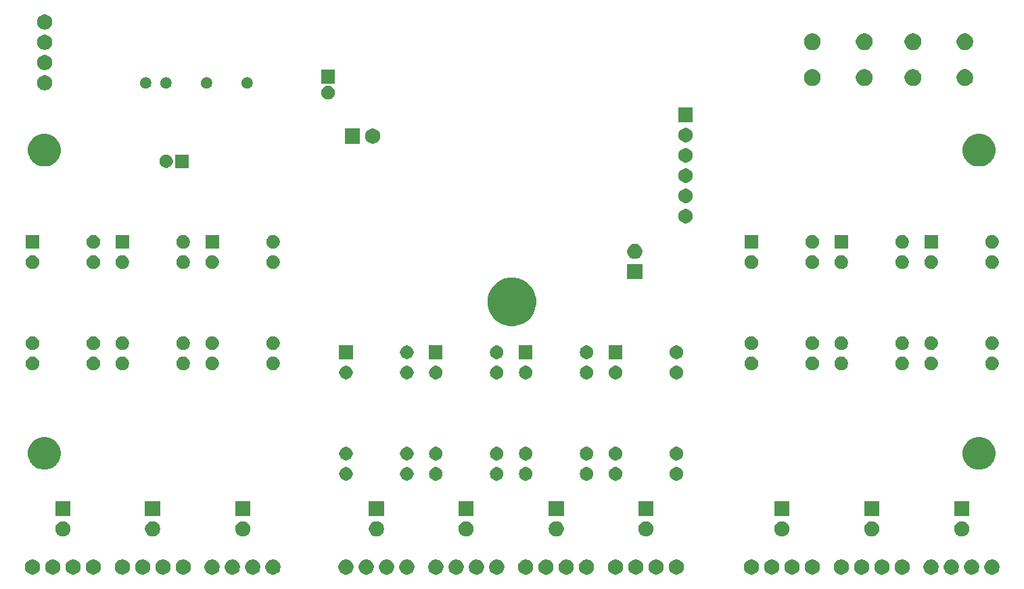
<source format=gbr>
G04 #@! TF.GenerationSoftware,KiCad,Pcbnew,5.1.5+dfsg1-2build2*
G04 #@! TF.CreationDate,2021-04-24T23:58:55+01:00*
G04 #@! TF.ProjectId,alarm_sensors,616c6172-6d5f-4736-956e-736f72732e6b,rev?*
G04 #@! TF.SameCoordinates,Original*
G04 #@! TF.FileFunction,Soldermask,Bot*
G04 #@! TF.FilePolarity,Negative*
%FSLAX46Y46*%
G04 Gerber Fmt 4.6, Leading zero omitted, Abs format (unit mm)*
G04 Created by KiCad (PCBNEW 5.1.5+dfsg1-2build2) date 2021-04-24 23:58:55*
%MOMM*%
%LPD*%
G04 APERTURE LIST*
%ADD10C,0.100000*%
G04 APERTURE END LIST*
D10*
G36*
X200357892Y-129833911D02*
G01*
X200531273Y-129905728D01*
X200687311Y-130009989D01*
X200820011Y-130142689D01*
X200924272Y-130298727D01*
X200996089Y-130472108D01*
X201032700Y-130656167D01*
X201032700Y-130843833D01*
X200996089Y-131027892D01*
X200924272Y-131201273D01*
X200820011Y-131357311D01*
X200687311Y-131490011D01*
X200531273Y-131594272D01*
X200531272Y-131594273D01*
X200531271Y-131594273D01*
X200357892Y-131666089D01*
X200173834Y-131702700D01*
X199986166Y-131702700D01*
X199802108Y-131666089D01*
X199628729Y-131594273D01*
X199628728Y-131594273D01*
X199628727Y-131594272D01*
X199472689Y-131490011D01*
X199339989Y-131357311D01*
X199235728Y-131201273D01*
X199163911Y-131027892D01*
X199127300Y-130843833D01*
X199127300Y-130656167D01*
X199163911Y-130472108D01*
X199235728Y-130298727D01*
X199339989Y-130142689D01*
X199472689Y-130009989D01*
X199628727Y-129905728D01*
X199802108Y-129833911D01*
X199986166Y-129797300D01*
X200173834Y-129797300D01*
X200357892Y-129833911D01*
G37*
G36*
X135817892Y-129833911D02*
G01*
X135991273Y-129905728D01*
X136147311Y-130009989D01*
X136280011Y-130142689D01*
X136384272Y-130298727D01*
X136456089Y-130472108D01*
X136492700Y-130656167D01*
X136492700Y-130843833D01*
X136456089Y-131027892D01*
X136384272Y-131201273D01*
X136280011Y-131357311D01*
X136147311Y-131490011D01*
X135991273Y-131594272D01*
X135991272Y-131594273D01*
X135991271Y-131594273D01*
X135817892Y-131666089D01*
X135633834Y-131702700D01*
X135446166Y-131702700D01*
X135262108Y-131666089D01*
X135088729Y-131594273D01*
X135088728Y-131594273D01*
X135088727Y-131594272D01*
X134932689Y-131490011D01*
X134799989Y-131357311D01*
X134695728Y-131201273D01*
X134623911Y-131027892D01*
X134587300Y-130843833D01*
X134587300Y-130656167D01*
X134623911Y-130472108D01*
X134695728Y-130298727D01*
X134799989Y-130142689D01*
X134932689Y-130009989D01*
X135088727Y-129905728D01*
X135262108Y-129833911D01*
X135446166Y-129797300D01*
X135633834Y-129797300D01*
X135817892Y-129833911D01*
G37*
G36*
X144527892Y-129833911D02*
G01*
X144701273Y-129905728D01*
X144857311Y-130009989D01*
X144990011Y-130142689D01*
X145094272Y-130298727D01*
X145166089Y-130472108D01*
X145202700Y-130656167D01*
X145202700Y-130843833D01*
X145166089Y-131027892D01*
X145094272Y-131201273D01*
X144990011Y-131357311D01*
X144857311Y-131490011D01*
X144701273Y-131594272D01*
X144701272Y-131594273D01*
X144701271Y-131594273D01*
X144527892Y-131666089D01*
X144343834Y-131702700D01*
X144156166Y-131702700D01*
X143972108Y-131666089D01*
X143798729Y-131594273D01*
X143798728Y-131594273D01*
X143798727Y-131594272D01*
X143642689Y-131490011D01*
X143509989Y-131357311D01*
X143405728Y-131201273D01*
X143333911Y-131027892D01*
X143297300Y-130843833D01*
X143297300Y-130656167D01*
X143333911Y-130472108D01*
X143405728Y-130298727D01*
X143509989Y-130142689D01*
X143642689Y-130009989D01*
X143798727Y-129905728D01*
X143972108Y-129833911D01*
X144156166Y-129797300D01*
X144343834Y-129797300D01*
X144527892Y-129833911D01*
G37*
G36*
X147067892Y-129833911D02*
G01*
X147241273Y-129905728D01*
X147397311Y-130009989D01*
X147530011Y-130142689D01*
X147634272Y-130298727D01*
X147706089Y-130472108D01*
X147742700Y-130656167D01*
X147742700Y-130843833D01*
X147706089Y-131027892D01*
X147634272Y-131201273D01*
X147530011Y-131357311D01*
X147397311Y-131490011D01*
X147241273Y-131594272D01*
X147241272Y-131594273D01*
X147241271Y-131594273D01*
X147067892Y-131666089D01*
X146883834Y-131702700D01*
X146696166Y-131702700D01*
X146512108Y-131666089D01*
X146338729Y-131594273D01*
X146338728Y-131594273D01*
X146338727Y-131594272D01*
X146182689Y-131490011D01*
X146049989Y-131357311D01*
X145945728Y-131201273D01*
X145873911Y-131027892D01*
X145837300Y-130843833D01*
X145837300Y-130656167D01*
X145873911Y-130472108D01*
X145945728Y-130298727D01*
X146049989Y-130142689D01*
X146182689Y-130009989D01*
X146338727Y-129905728D01*
X146512108Y-129833911D01*
X146696166Y-129797300D01*
X146883834Y-129797300D01*
X147067892Y-129833911D01*
G37*
G36*
X149607892Y-129833911D02*
G01*
X149781273Y-129905728D01*
X149937311Y-130009989D01*
X150070011Y-130142689D01*
X150174272Y-130298727D01*
X150246089Y-130472108D01*
X150282700Y-130656167D01*
X150282700Y-130843833D01*
X150246089Y-131027892D01*
X150174272Y-131201273D01*
X150070011Y-131357311D01*
X149937311Y-131490011D01*
X149781273Y-131594272D01*
X149781272Y-131594273D01*
X149781271Y-131594273D01*
X149607892Y-131666089D01*
X149423834Y-131702700D01*
X149236166Y-131702700D01*
X149052108Y-131666089D01*
X148878729Y-131594273D01*
X148878728Y-131594273D01*
X148878727Y-131594272D01*
X148722689Y-131490011D01*
X148589989Y-131357311D01*
X148485728Y-131201273D01*
X148413911Y-131027892D01*
X148377300Y-130843833D01*
X148377300Y-130656167D01*
X148413911Y-130472108D01*
X148485728Y-130298727D01*
X148589989Y-130142689D01*
X148722689Y-130009989D01*
X148878727Y-129905728D01*
X149052108Y-129833911D01*
X149236166Y-129797300D01*
X149423834Y-129797300D01*
X149607892Y-129833911D01*
G37*
G36*
X152147892Y-129833911D02*
G01*
X152321273Y-129905728D01*
X152477311Y-130009989D01*
X152610011Y-130142689D01*
X152714272Y-130298727D01*
X152786089Y-130472108D01*
X152822700Y-130656167D01*
X152822700Y-130843833D01*
X152786089Y-131027892D01*
X152714272Y-131201273D01*
X152610011Y-131357311D01*
X152477311Y-131490011D01*
X152321273Y-131594272D01*
X152321272Y-131594273D01*
X152321271Y-131594273D01*
X152147892Y-131666089D01*
X151963834Y-131702700D01*
X151776166Y-131702700D01*
X151592108Y-131666089D01*
X151418729Y-131594273D01*
X151418728Y-131594273D01*
X151418727Y-131594272D01*
X151262689Y-131490011D01*
X151129989Y-131357311D01*
X151025728Y-131201273D01*
X150953911Y-131027892D01*
X150917300Y-130843833D01*
X150917300Y-130656167D01*
X150953911Y-130472108D01*
X151025728Y-130298727D01*
X151129989Y-130142689D01*
X151262689Y-130009989D01*
X151418727Y-129905728D01*
X151592108Y-129833911D01*
X151776166Y-129797300D01*
X151963834Y-129797300D01*
X152147892Y-129833911D01*
G37*
G36*
X112897892Y-129833911D02*
G01*
X113071273Y-129905728D01*
X113227311Y-130009989D01*
X113360011Y-130142689D01*
X113464272Y-130298727D01*
X113536089Y-130472108D01*
X113572700Y-130656167D01*
X113572700Y-130843833D01*
X113536089Y-131027892D01*
X113464272Y-131201273D01*
X113360011Y-131357311D01*
X113227311Y-131490011D01*
X113071273Y-131594272D01*
X113071272Y-131594273D01*
X113071271Y-131594273D01*
X112897892Y-131666089D01*
X112713834Y-131702700D01*
X112526166Y-131702700D01*
X112342108Y-131666089D01*
X112168729Y-131594273D01*
X112168728Y-131594273D01*
X112168727Y-131594272D01*
X112012689Y-131490011D01*
X111879989Y-131357311D01*
X111775728Y-131201273D01*
X111703911Y-131027892D01*
X111667300Y-130843833D01*
X111667300Y-130656167D01*
X111703911Y-130472108D01*
X111775728Y-130298727D01*
X111879989Y-130142689D01*
X112012689Y-130009989D01*
X112168727Y-129905728D01*
X112342108Y-129833911D01*
X112526166Y-129797300D01*
X112713834Y-129797300D01*
X112897892Y-129833911D01*
G37*
G36*
X110357892Y-129833911D02*
G01*
X110531273Y-129905728D01*
X110687311Y-130009989D01*
X110820011Y-130142689D01*
X110924272Y-130298727D01*
X110996089Y-130472108D01*
X111032700Y-130656167D01*
X111032700Y-130843833D01*
X110996089Y-131027892D01*
X110924272Y-131201273D01*
X110820011Y-131357311D01*
X110687311Y-131490011D01*
X110531273Y-131594272D01*
X110531272Y-131594273D01*
X110531271Y-131594273D01*
X110357892Y-131666089D01*
X110173834Y-131702700D01*
X109986166Y-131702700D01*
X109802108Y-131666089D01*
X109628729Y-131594273D01*
X109628728Y-131594273D01*
X109628727Y-131594272D01*
X109472689Y-131490011D01*
X109339989Y-131357311D01*
X109235728Y-131201273D01*
X109163911Y-131027892D01*
X109127300Y-130843833D01*
X109127300Y-130656167D01*
X109163911Y-130472108D01*
X109235728Y-130298727D01*
X109339989Y-130142689D01*
X109472689Y-130009989D01*
X109628727Y-129905728D01*
X109802108Y-129833911D01*
X109986166Y-129797300D01*
X110173834Y-129797300D01*
X110357892Y-129833911D01*
G37*
G36*
X107817892Y-129833911D02*
G01*
X107991273Y-129905728D01*
X108147311Y-130009989D01*
X108280011Y-130142689D01*
X108384272Y-130298727D01*
X108456089Y-130472108D01*
X108492700Y-130656167D01*
X108492700Y-130843833D01*
X108456089Y-131027892D01*
X108384272Y-131201273D01*
X108280011Y-131357311D01*
X108147311Y-131490011D01*
X107991273Y-131594272D01*
X107991272Y-131594273D01*
X107991271Y-131594273D01*
X107817892Y-131666089D01*
X107633834Y-131702700D01*
X107446166Y-131702700D01*
X107262108Y-131666089D01*
X107088729Y-131594273D01*
X107088728Y-131594273D01*
X107088727Y-131594272D01*
X106932689Y-131490011D01*
X106799989Y-131357311D01*
X106695728Y-131201273D01*
X106623911Y-131027892D01*
X106587300Y-130843833D01*
X106587300Y-130656167D01*
X106623911Y-130472108D01*
X106695728Y-130298727D01*
X106799989Y-130142689D01*
X106932689Y-130009989D01*
X107088727Y-129905728D01*
X107262108Y-129833911D01*
X107446166Y-129797300D01*
X107633834Y-129797300D01*
X107817892Y-129833911D01*
G37*
G36*
X105277892Y-129833911D02*
G01*
X105451273Y-129905728D01*
X105607311Y-130009989D01*
X105740011Y-130142689D01*
X105844272Y-130298727D01*
X105916089Y-130472108D01*
X105952700Y-130656167D01*
X105952700Y-130843833D01*
X105916089Y-131027892D01*
X105844272Y-131201273D01*
X105740011Y-131357311D01*
X105607311Y-131490011D01*
X105451273Y-131594272D01*
X105451272Y-131594273D01*
X105451271Y-131594273D01*
X105277892Y-131666089D01*
X105093834Y-131702700D01*
X104906166Y-131702700D01*
X104722108Y-131666089D01*
X104548729Y-131594273D01*
X104548728Y-131594273D01*
X104548727Y-131594272D01*
X104392689Y-131490011D01*
X104259989Y-131357311D01*
X104155728Y-131201273D01*
X104083911Y-131027892D01*
X104047300Y-130843833D01*
X104047300Y-130656167D01*
X104083911Y-130472108D01*
X104155728Y-130298727D01*
X104259989Y-130142689D01*
X104392689Y-130009989D01*
X104548727Y-129905728D01*
X104722108Y-129833911D01*
X104906166Y-129797300D01*
X105093834Y-129797300D01*
X105277892Y-129833911D01*
G37*
G36*
X133277892Y-129833911D02*
G01*
X133451273Y-129905728D01*
X133607311Y-130009989D01*
X133740011Y-130142689D01*
X133844272Y-130298727D01*
X133916089Y-130472108D01*
X133952700Y-130656167D01*
X133952700Y-130843833D01*
X133916089Y-131027892D01*
X133844272Y-131201273D01*
X133740011Y-131357311D01*
X133607311Y-131490011D01*
X133451273Y-131594272D01*
X133451272Y-131594273D01*
X133451271Y-131594273D01*
X133277892Y-131666089D01*
X133093834Y-131702700D01*
X132906166Y-131702700D01*
X132722108Y-131666089D01*
X132548729Y-131594273D01*
X132548728Y-131594273D01*
X132548727Y-131594272D01*
X132392689Y-131490011D01*
X132259989Y-131357311D01*
X132155728Y-131201273D01*
X132083911Y-131027892D01*
X132047300Y-130843833D01*
X132047300Y-130656167D01*
X132083911Y-130472108D01*
X132155728Y-130298727D01*
X132259989Y-130142689D01*
X132392689Y-130009989D01*
X132548727Y-129905728D01*
X132722108Y-129833911D01*
X132906166Y-129797300D01*
X133093834Y-129797300D01*
X133277892Y-129833911D01*
G37*
G36*
X155777892Y-129833911D02*
G01*
X155951273Y-129905728D01*
X156107311Y-130009989D01*
X156240011Y-130142689D01*
X156344272Y-130298727D01*
X156416089Y-130472108D01*
X156452700Y-130656167D01*
X156452700Y-130843833D01*
X156416089Y-131027892D01*
X156344272Y-131201273D01*
X156240011Y-131357311D01*
X156107311Y-131490011D01*
X155951273Y-131594272D01*
X155951272Y-131594273D01*
X155951271Y-131594273D01*
X155777892Y-131666089D01*
X155593834Y-131702700D01*
X155406166Y-131702700D01*
X155222108Y-131666089D01*
X155048729Y-131594273D01*
X155048728Y-131594273D01*
X155048727Y-131594272D01*
X154892689Y-131490011D01*
X154759989Y-131357311D01*
X154655728Y-131201273D01*
X154583911Y-131027892D01*
X154547300Y-130843833D01*
X154547300Y-130656167D01*
X154583911Y-130472108D01*
X154655728Y-130298727D01*
X154759989Y-130142689D01*
X154892689Y-130009989D01*
X155048727Y-129905728D01*
X155222108Y-129833911D01*
X155406166Y-129797300D01*
X155593834Y-129797300D01*
X155777892Y-129833911D01*
G37*
G36*
X138357892Y-129833911D02*
G01*
X138531273Y-129905728D01*
X138687311Y-130009989D01*
X138820011Y-130142689D01*
X138924272Y-130298727D01*
X138996089Y-130472108D01*
X139032700Y-130656167D01*
X139032700Y-130843833D01*
X138996089Y-131027892D01*
X138924272Y-131201273D01*
X138820011Y-131357311D01*
X138687311Y-131490011D01*
X138531273Y-131594272D01*
X138531272Y-131594273D01*
X138531271Y-131594273D01*
X138357892Y-131666089D01*
X138173834Y-131702700D01*
X137986166Y-131702700D01*
X137802108Y-131666089D01*
X137628729Y-131594273D01*
X137628728Y-131594273D01*
X137628727Y-131594272D01*
X137472689Y-131490011D01*
X137339989Y-131357311D01*
X137235728Y-131201273D01*
X137163911Y-131027892D01*
X137127300Y-130843833D01*
X137127300Y-130656167D01*
X137163911Y-130472108D01*
X137235728Y-130298727D01*
X137339989Y-130142689D01*
X137472689Y-130009989D01*
X137628727Y-129905728D01*
X137802108Y-129833911D01*
X137986166Y-129797300D01*
X138173834Y-129797300D01*
X138357892Y-129833911D01*
G37*
G36*
X140897892Y-129833911D02*
G01*
X141071273Y-129905728D01*
X141227311Y-130009989D01*
X141360011Y-130142689D01*
X141464272Y-130298727D01*
X141536089Y-130472108D01*
X141572700Y-130656167D01*
X141572700Y-130843833D01*
X141536089Y-131027892D01*
X141464272Y-131201273D01*
X141360011Y-131357311D01*
X141227311Y-131490011D01*
X141071273Y-131594272D01*
X141071272Y-131594273D01*
X141071271Y-131594273D01*
X140897892Y-131666089D01*
X140713834Y-131702700D01*
X140526166Y-131702700D01*
X140342108Y-131666089D01*
X140168729Y-131594273D01*
X140168728Y-131594273D01*
X140168727Y-131594272D01*
X140012689Y-131490011D01*
X139879989Y-131357311D01*
X139775728Y-131201273D01*
X139703911Y-131027892D01*
X139667300Y-130843833D01*
X139667300Y-130656167D01*
X139703911Y-130472108D01*
X139775728Y-130298727D01*
X139879989Y-130142689D01*
X140012689Y-130009989D01*
X140168727Y-129905728D01*
X140342108Y-129833911D01*
X140526166Y-129797300D01*
X140713834Y-129797300D01*
X140897892Y-129833911D01*
G37*
G36*
X191647892Y-129833911D02*
G01*
X191821273Y-129905728D01*
X191977311Y-130009989D01*
X192110011Y-130142689D01*
X192214272Y-130298727D01*
X192286089Y-130472108D01*
X192322700Y-130656167D01*
X192322700Y-130843833D01*
X192286089Y-131027892D01*
X192214272Y-131201273D01*
X192110011Y-131357311D01*
X191977311Y-131490011D01*
X191821273Y-131594272D01*
X191821272Y-131594273D01*
X191821271Y-131594273D01*
X191647892Y-131666089D01*
X191463834Y-131702700D01*
X191276166Y-131702700D01*
X191092108Y-131666089D01*
X190918729Y-131594273D01*
X190918728Y-131594273D01*
X190918727Y-131594272D01*
X190762689Y-131490011D01*
X190629989Y-131357311D01*
X190525728Y-131201273D01*
X190453911Y-131027892D01*
X190417300Y-130843833D01*
X190417300Y-130656167D01*
X190453911Y-130472108D01*
X190525728Y-130298727D01*
X190629989Y-130142689D01*
X190762689Y-130009989D01*
X190918727Y-129905728D01*
X191092108Y-129833911D01*
X191276166Y-129797300D01*
X191463834Y-129797300D01*
X191647892Y-129833911D01*
G37*
G36*
X189107892Y-129833911D02*
G01*
X189281273Y-129905728D01*
X189437311Y-130009989D01*
X189570011Y-130142689D01*
X189674272Y-130298727D01*
X189746089Y-130472108D01*
X189782700Y-130656167D01*
X189782700Y-130843833D01*
X189746089Y-131027892D01*
X189674272Y-131201273D01*
X189570011Y-131357311D01*
X189437311Y-131490011D01*
X189281273Y-131594272D01*
X189281272Y-131594273D01*
X189281271Y-131594273D01*
X189107892Y-131666089D01*
X188923834Y-131702700D01*
X188736166Y-131702700D01*
X188552108Y-131666089D01*
X188378729Y-131594273D01*
X188378728Y-131594273D01*
X188378727Y-131594272D01*
X188222689Y-131490011D01*
X188089989Y-131357311D01*
X187985728Y-131201273D01*
X187913911Y-131027892D01*
X187877300Y-130843833D01*
X187877300Y-130656167D01*
X187913911Y-130472108D01*
X187985728Y-130298727D01*
X188089989Y-130142689D01*
X188222689Y-130009989D01*
X188378727Y-129905728D01*
X188552108Y-129833911D01*
X188736166Y-129797300D01*
X188923834Y-129797300D01*
X189107892Y-129833911D01*
G37*
G36*
X186567892Y-129833911D02*
G01*
X186741273Y-129905728D01*
X186897311Y-130009989D01*
X187030011Y-130142689D01*
X187134272Y-130298727D01*
X187206089Y-130472108D01*
X187242700Y-130656167D01*
X187242700Y-130843833D01*
X187206089Y-131027892D01*
X187134272Y-131201273D01*
X187030011Y-131357311D01*
X186897311Y-131490011D01*
X186741273Y-131594272D01*
X186741272Y-131594273D01*
X186741271Y-131594273D01*
X186567892Y-131666089D01*
X186383834Y-131702700D01*
X186196166Y-131702700D01*
X186012108Y-131666089D01*
X185838729Y-131594273D01*
X185838728Y-131594273D01*
X185838727Y-131594272D01*
X185682689Y-131490011D01*
X185549989Y-131357311D01*
X185445728Y-131201273D01*
X185373911Y-131027892D01*
X185337300Y-130843833D01*
X185337300Y-130656167D01*
X185373911Y-130472108D01*
X185445728Y-130298727D01*
X185549989Y-130142689D01*
X185682689Y-130009989D01*
X185838727Y-129905728D01*
X186012108Y-129833911D01*
X186196166Y-129797300D01*
X186383834Y-129797300D01*
X186567892Y-129833911D01*
G37*
G36*
X184027892Y-129833911D02*
G01*
X184201273Y-129905728D01*
X184357311Y-130009989D01*
X184490011Y-130142689D01*
X184594272Y-130298727D01*
X184666089Y-130472108D01*
X184702700Y-130656167D01*
X184702700Y-130843833D01*
X184666089Y-131027892D01*
X184594272Y-131201273D01*
X184490011Y-131357311D01*
X184357311Y-131490011D01*
X184201273Y-131594272D01*
X184201272Y-131594273D01*
X184201271Y-131594273D01*
X184027892Y-131666089D01*
X183843834Y-131702700D01*
X183656166Y-131702700D01*
X183472108Y-131666089D01*
X183298729Y-131594273D01*
X183298728Y-131594273D01*
X183298727Y-131594272D01*
X183142689Y-131490011D01*
X183009989Y-131357311D01*
X182905728Y-131201273D01*
X182833911Y-131027892D01*
X182797300Y-130843833D01*
X182797300Y-130656167D01*
X182833911Y-130472108D01*
X182905728Y-130298727D01*
X183009989Y-130142689D01*
X183142689Y-130009989D01*
X183298727Y-129905728D01*
X183472108Y-129833911D01*
X183656166Y-129797300D01*
X183843834Y-129797300D01*
X184027892Y-129833911D01*
G37*
G36*
X202897892Y-129833911D02*
G01*
X203071273Y-129905728D01*
X203227311Y-130009989D01*
X203360011Y-130142689D01*
X203464272Y-130298727D01*
X203536089Y-130472108D01*
X203572700Y-130656167D01*
X203572700Y-130843833D01*
X203536089Y-131027892D01*
X203464272Y-131201273D01*
X203360011Y-131357311D01*
X203227311Y-131490011D01*
X203071273Y-131594272D01*
X203071272Y-131594273D01*
X203071271Y-131594273D01*
X202897892Y-131666089D01*
X202713834Y-131702700D01*
X202526166Y-131702700D01*
X202342108Y-131666089D01*
X202168729Y-131594273D01*
X202168728Y-131594273D01*
X202168727Y-131594272D01*
X202012689Y-131490011D01*
X201879989Y-131357311D01*
X201775728Y-131201273D01*
X201703911Y-131027892D01*
X201667300Y-130843833D01*
X201667300Y-130656167D01*
X201703911Y-130472108D01*
X201775728Y-130298727D01*
X201879989Y-130142689D01*
X202012689Y-130009989D01*
X202168727Y-129905728D01*
X202342108Y-129833911D01*
X202526166Y-129797300D01*
X202713834Y-129797300D01*
X202897892Y-129833911D01*
G37*
G36*
X197817892Y-129833911D02*
G01*
X197991273Y-129905728D01*
X198147311Y-130009989D01*
X198280011Y-130142689D01*
X198384272Y-130298727D01*
X198456089Y-130472108D01*
X198492700Y-130656167D01*
X198492700Y-130843833D01*
X198456089Y-131027892D01*
X198384272Y-131201273D01*
X198280011Y-131357311D01*
X198147311Y-131490011D01*
X197991273Y-131594272D01*
X197991272Y-131594273D01*
X197991271Y-131594273D01*
X197817892Y-131666089D01*
X197633834Y-131702700D01*
X197446166Y-131702700D01*
X197262108Y-131666089D01*
X197088729Y-131594273D01*
X197088728Y-131594273D01*
X197088727Y-131594272D01*
X196932689Y-131490011D01*
X196799989Y-131357311D01*
X196695728Y-131201273D01*
X196623911Y-131027892D01*
X196587300Y-130843833D01*
X196587300Y-130656167D01*
X196623911Y-130472108D01*
X196695728Y-130298727D01*
X196799989Y-130142689D01*
X196932689Y-130009989D01*
X197088727Y-129905728D01*
X197262108Y-129833911D01*
X197446166Y-129797300D01*
X197633834Y-129797300D01*
X197817892Y-129833911D01*
G37*
G36*
X127107892Y-129833911D02*
G01*
X127281273Y-129905728D01*
X127437311Y-130009989D01*
X127570011Y-130142689D01*
X127674272Y-130298727D01*
X127746089Y-130472108D01*
X127782700Y-130656167D01*
X127782700Y-130843833D01*
X127746089Y-131027892D01*
X127674272Y-131201273D01*
X127570011Y-131357311D01*
X127437311Y-131490011D01*
X127281273Y-131594272D01*
X127281272Y-131594273D01*
X127281271Y-131594273D01*
X127107892Y-131666089D01*
X126923834Y-131702700D01*
X126736166Y-131702700D01*
X126552108Y-131666089D01*
X126378729Y-131594273D01*
X126378728Y-131594273D01*
X126378727Y-131594272D01*
X126222689Y-131490011D01*
X126089989Y-131357311D01*
X125985728Y-131201273D01*
X125913911Y-131027892D01*
X125877300Y-130843833D01*
X125877300Y-130656167D01*
X125913911Y-130472108D01*
X125985728Y-130298727D01*
X126089989Y-130142689D01*
X126222689Y-130009989D01*
X126378727Y-129905728D01*
X126552108Y-129833911D01*
X126736166Y-129797300D01*
X126923834Y-129797300D01*
X127107892Y-129833911D01*
G37*
G36*
X96567892Y-129833911D02*
G01*
X96741273Y-129905728D01*
X96897311Y-130009989D01*
X97030011Y-130142689D01*
X97134272Y-130298727D01*
X97206089Y-130472108D01*
X97242700Y-130656167D01*
X97242700Y-130843833D01*
X97206089Y-131027892D01*
X97134272Y-131201273D01*
X97030011Y-131357311D01*
X96897311Y-131490011D01*
X96741273Y-131594272D01*
X96741272Y-131594273D01*
X96741271Y-131594273D01*
X96567892Y-131666089D01*
X96383834Y-131702700D01*
X96196166Y-131702700D01*
X96012108Y-131666089D01*
X95838729Y-131594273D01*
X95838728Y-131594273D01*
X95838727Y-131594272D01*
X95682689Y-131490011D01*
X95549989Y-131357311D01*
X95445728Y-131201273D01*
X95373911Y-131027892D01*
X95337300Y-130843833D01*
X95337300Y-130656167D01*
X95373911Y-130472108D01*
X95445728Y-130298727D01*
X95549989Y-130142689D01*
X95682689Y-130009989D01*
X95838727Y-129905728D01*
X96012108Y-129833911D01*
X96196166Y-129797300D01*
X96383834Y-129797300D01*
X96567892Y-129833911D01*
G37*
G36*
X158317892Y-129833911D02*
G01*
X158491273Y-129905728D01*
X158647311Y-130009989D01*
X158780011Y-130142689D01*
X158884272Y-130298727D01*
X158956089Y-130472108D01*
X158992700Y-130656167D01*
X158992700Y-130843833D01*
X158956089Y-131027892D01*
X158884272Y-131201273D01*
X158780011Y-131357311D01*
X158647311Y-131490011D01*
X158491273Y-131594272D01*
X158491272Y-131594273D01*
X158491271Y-131594273D01*
X158317892Y-131666089D01*
X158133834Y-131702700D01*
X157946166Y-131702700D01*
X157762108Y-131666089D01*
X157588729Y-131594273D01*
X157588728Y-131594273D01*
X157588727Y-131594272D01*
X157432689Y-131490011D01*
X157299989Y-131357311D01*
X157195728Y-131201273D01*
X157123911Y-131027892D01*
X157087300Y-130843833D01*
X157087300Y-130656167D01*
X157123911Y-130472108D01*
X157195728Y-130298727D01*
X157299989Y-130142689D01*
X157432689Y-130009989D01*
X157588727Y-129905728D01*
X157762108Y-129833911D01*
X157946166Y-129797300D01*
X158133834Y-129797300D01*
X158317892Y-129833911D01*
G37*
G36*
X160857892Y-129833911D02*
G01*
X161031273Y-129905728D01*
X161187311Y-130009989D01*
X161320011Y-130142689D01*
X161424272Y-130298727D01*
X161496089Y-130472108D01*
X161532700Y-130656167D01*
X161532700Y-130843833D01*
X161496089Y-131027892D01*
X161424272Y-131201273D01*
X161320011Y-131357311D01*
X161187311Y-131490011D01*
X161031273Y-131594272D01*
X161031272Y-131594273D01*
X161031271Y-131594273D01*
X160857892Y-131666089D01*
X160673834Y-131702700D01*
X160486166Y-131702700D01*
X160302108Y-131666089D01*
X160128729Y-131594273D01*
X160128728Y-131594273D01*
X160128727Y-131594272D01*
X159972689Y-131490011D01*
X159839989Y-131357311D01*
X159735728Y-131201273D01*
X159663911Y-131027892D01*
X159627300Y-130843833D01*
X159627300Y-130656167D01*
X159663911Y-130472108D01*
X159735728Y-130298727D01*
X159839989Y-130142689D01*
X159972689Y-130009989D01*
X160128727Y-129905728D01*
X160302108Y-129833911D01*
X160486166Y-129797300D01*
X160673834Y-129797300D01*
X160857892Y-129833911D01*
G37*
G36*
X163397892Y-129833911D02*
G01*
X163571273Y-129905728D01*
X163727311Y-130009989D01*
X163860011Y-130142689D01*
X163964272Y-130298727D01*
X164036089Y-130472108D01*
X164072700Y-130656167D01*
X164072700Y-130843833D01*
X164036089Y-131027892D01*
X163964272Y-131201273D01*
X163860011Y-131357311D01*
X163727311Y-131490011D01*
X163571273Y-131594272D01*
X163571272Y-131594273D01*
X163571271Y-131594273D01*
X163397892Y-131666089D01*
X163213834Y-131702700D01*
X163026166Y-131702700D01*
X162842108Y-131666089D01*
X162668729Y-131594273D01*
X162668728Y-131594273D01*
X162668727Y-131594272D01*
X162512689Y-131490011D01*
X162379989Y-131357311D01*
X162275728Y-131201273D01*
X162203911Y-131027892D01*
X162167300Y-130843833D01*
X162167300Y-130656167D01*
X162203911Y-130472108D01*
X162275728Y-130298727D01*
X162379989Y-130142689D01*
X162512689Y-130009989D01*
X162668727Y-129905728D01*
X162842108Y-129833911D01*
X163026166Y-129797300D01*
X163213834Y-129797300D01*
X163397892Y-129833911D01*
G37*
G36*
X90397892Y-129833911D02*
G01*
X90571273Y-129905728D01*
X90727311Y-130009989D01*
X90860011Y-130142689D01*
X90964272Y-130298727D01*
X91036089Y-130472108D01*
X91072700Y-130656167D01*
X91072700Y-130843833D01*
X91036089Y-131027892D01*
X90964272Y-131201273D01*
X90860011Y-131357311D01*
X90727311Y-131490011D01*
X90571273Y-131594272D01*
X90571272Y-131594273D01*
X90571271Y-131594273D01*
X90397892Y-131666089D01*
X90213834Y-131702700D01*
X90026166Y-131702700D01*
X89842108Y-131666089D01*
X89668729Y-131594273D01*
X89668728Y-131594273D01*
X89668727Y-131594272D01*
X89512689Y-131490011D01*
X89379989Y-131357311D01*
X89275728Y-131201273D01*
X89203911Y-131027892D01*
X89167300Y-130843833D01*
X89167300Y-130656167D01*
X89203911Y-130472108D01*
X89275728Y-130298727D01*
X89379989Y-130142689D01*
X89512689Y-130009989D01*
X89668727Y-129905728D01*
X89842108Y-129833911D01*
X90026166Y-129797300D01*
X90213834Y-129797300D01*
X90397892Y-129833911D01*
G37*
G36*
X87857892Y-129833911D02*
G01*
X88031273Y-129905728D01*
X88187311Y-130009989D01*
X88320011Y-130142689D01*
X88424272Y-130298727D01*
X88496089Y-130472108D01*
X88532700Y-130656167D01*
X88532700Y-130843833D01*
X88496089Y-131027892D01*
X88424272Y-131201273D01*
X88320011Y-131357311D01*
X88187311Y-131490011D01*
X88031273Y-131594272D01*
X88031272Y-131594273D01*
X88031271Y-131594273D01*
X87857892Y-131666089D01*
X87673834Y-131702700D01*
X87486166Y-131702700D01*
X87302108Y-131666089D01*
X87128729Y-131594273D01*
X87128728Y-131594273D01*
X87128727Y-131594272D01*
X86972689Y-131490011D01*
X86839989Y-131357311D01*
X86735728Y-131201273D01*
X86663911Y-131027892D01*
X86627300Y-130843833D01*
X86627300Y-130656167D01*
X86663911Y-130472108D01*
X86735728Y-130298727D01*
X86839989Y-130142689D01*
X86972689Y-130009989D01*
X87128727Y-129905728D01*
X87302108Y-129833911D01*
X87486166Y-129797300D01*
X87673834Y-129797300D01*
X87857892Y-129833911D01*
G37*
G36*
X85317892Y-129833911D02*
G01*
X85491273Y-129905728D01*
X85647311Y-130009989D01*
X85780011Y-130142689D01*
X85884272Y-130298727D01*
X85956089Y-130472108D01*
X85992700Y-130656167D01*
X85992700Y-130843833D01*
X85956089Y-131027892D01*
X85884272Y-131201273D01*
X85780011Y-131357311D01*
X85647311Y-131490011D01*
X85491273Y-131594272D01*
X85491272Y-131594273D01*
X85491271Y-131594273D01*
X85317892Y-131666089D01*
X85133834Y-131702700D01*
X84946166Y-131702700D01*
X84762108Y-131666089D01*
X84588729Y-131594273D01*
X84588728Y-131594273D01*
X84588727Y-131594272D01*
X84432689Y-131490011D01*
X84299989Y-131357311D01*
X84195728Y-131201273D01*
X84123911Y-131027892D01*
X84087300Y-130843833D01*
X84087300Y-130656167D01*
X84123911Y-130472108D01*
X84195728Y-130298727D01*
X84299989Y-130142689D01*
X84432689Y-130009989D01*
X84588727Y-129905728D01*
X84762108Y-129833911D01*
X84946166Y-129797300D01*
X85133834Y-129797300D01*
X85317892Y-129833911D01*
G37*
G36*
X82777892Y-129833911D02*
G01*
X82951273Y-129905728D01*
X83107311Y-130009989D01*
X83240011Y-130142689D01*
X83344272Y-130298727D01*
X83416089Y-130472108D01*
X83452700Y-130656167D01*
X83452700Y-130843833D01*
X83416089Y-131027892D01*
X83344272Y-131201273D01*
X83240011Y-131357311D01*
X83107311Y-131490011D01*
X82951273Y-131594272D01*
X82951272Y-131594273D01*
X82951271Y-131594273D01*
X82777892Y-131666089D01*
X82593834Y-131702700D01*
X82406166Y-131702700D01*
X82222108Y-131666089D01*
X82048729Y-131594273D01*
X82048728Y-131594273D01*
X82048727Y-131594272D01*
X81892689Y-131490011D01*
X81759989Y-131357311D01*
X81655728Y-131201273D01*
X81583911Y-131027892D01*
X81547300Y-130843833D01*
X81547300Y-130656167D01*
X81583911Y-130472108D01*
X81655728Y-130298727D01*
X81759989Y-130142689D01*
X81892689Y-130009989D01*
X82048727Y-129905728D01*
X82222108Y-129833911D01*
X82406166Y-129797300D01*
X82593834Y-129797300D01*
X82777892Y-129833911D01*
G37*
G36*
X122027892Y-129833911D02*
G01*
X122201273Y-129905728D01*
X122357311Y-130009989D01*
X122490011Y-130142689D01*
X122594272Y-130298727D01*
X122666089Y-130472108D01*
X122702700Y-130656167D01*
X122702700Y-130843833D01*
X122666089Y-131027892D01*
X122594272Y-131201273D01*
X122490011Y-131357311D01*
X122357311Y-131490011D01*
X122201273Y-131594272D01*
X122201272Y-131594273D01*
X122201271Y-131594273D01*
X122027892Y-131666089D01*
X121843834Y-131702700D01*
X121656166Y-131702700D01*
X121472108Y-131666089D01*
X121298729Y-131594273D01*
X121298728Y-131594273D01*
X121298727Y-131594272D01*
X121142689Y-131490011D01*
X121009989Y-131357311D01*
X120905728Y-131201273D01*
X120833911Y-131027892D01*
X120797300Y-130843833D01*
X120797300Y-130656167D01*
X120833911Y-130472108D01*
X120905728Y-130298727D01*
X121009989Y-130142689D01*
X121142689Y-130009989D01*
X121298727Y-129905728D01*
X121472108Y-129833911D01*
X121656166Y-129797300D01*
X121843834Y-129797300D01*
X122027892Y-129833911D01*
G37*
G36*
X124567892Y-129833911D02*
G01*
X124741273Y-129905728D01*
X124897311Y-130009989D01*
X125030011Y-130142689D01*
X125134272Y-130298727D01*
X125206089Y-130472108D01*
X125242700Y-130656167D01*
X125242700Y-130843833D01*
X125206089Y-131027892D01*
X125134272Y-131201273D01*
X125030011Y-131357311D01*
X124897311Y-131490011D01*
X124741273Y-131594272D01*
X124741272Y-131594273D01*
X124741271Y-131594273D01*
X124567892Y-131666089D01*
X124383834Y-131702700D01*
X124196166Y-131702700D01*
X124012108Y-131666089D01*
X123838729Y-131594273D01*
X123838728Y-131594273D01*
X123838727Y-131594272D01*
X123682689Y-131490011D01*
X123549989Y-131357311D01*
X123445728Y-131201273D01*
X123373911Y-131027892D01*
X123337300Y-130843833D01*
X123337300Y-130656167D01*
X123373911Y-130472108D01*
X123445728Y-130298727D01*
X123549989Y-130142689D01*
X123682689Y-130009989D01*
X123838727Y-129905728D01*
X124012108Y-129833911D01*
X124196166Y-129797300D01*
X124383834Y-129797300D01*
X124567892Y-129833911D01*
G37*
G36*
X195277892Y-129833911D02*
G01*
X195451273Y-129905728D01*
X195607311Y-130009989D01*
X195740011Y-130142689D01*
X195844272Y-130298727D01*
X195916089Y-130472108D01*
X195952700Y-130656167D01*
X195952700Y-130843833D01*
X195916089Y-131027892D01*
X195844272Y-131201273D01*
X195740011Y-131357311D01*
X195607311Y-131490011D01*
X195451273Y-131594272D01*
X195451272Y-131594273D01*
X195451271Y-131594273D01*
X195277892Y-131666089D01*
X195093834Y-131702700D01*
X194906166Y-131702700D01*
X194722108Y-131666089D01*
X194548729Y-131594273D01*
X194548728Y-131594273D01*
X194548727Y-131594272D01*
X194392689Y-131490011D01*
X194259989Y-131357311D01*
X194155728Y-131201273D01*
X194083911Y-131027892D01*
X194047300Y-130843833D01*
X194047300Y-130656167D01*
X194083911Y-130472108D01*
X194155728Y-130298727D01*
X194259989Y-130142689D01*
X194392689Y-130009989D01*
X194548727Y-129905728D01*
X194722108Y-129833911D01*
X194906166Y-129797300D01*
X195093834Y-129797300D01*
X195277892Y-129833911D01*
G37*
G36*
X129647892Y-129833911D02*
G01*
X129821273Y-129905728D01*
X129977311Y-130009989D01*
X130110011Y-130142689D01*
X130214272Y-130298727D01*
X130286089Y-130472108D01*
X130322700Y-130656167D01*
X130322700Y-130843833D01*
X130286089Y-131027892D01*
X130214272Y-131201273D01*
X130110011Y-131357311D01*
X129977311Y-131490011D01*
X129821273Y-131594272D01*
X129821272Y-131594273D01*
X129821271Y-131594273D01*
X129647892Y-131666089D01*
X129463834Y-131702700D01*
X129276166Y-131702700D01*
X129092108Y-131666089D01*
X128918729Y-131594273D01*
X128918728Y-131594273D01*
X128918727Y-131594272D01*
X128762689Y-131490011D01*
X128629989Y-131357311D01*
X128525728Y-131201273D01*
X128453911Y-131027892D01*
X128417300Y-130843833D01*
X128417300Y-130656167D01*
X128453911Y-130472108D01*
X128525728Y-130298727D01*
X128629989Y-130142689D01*
X128762689Y-130009989D01*
X128918727Y-129905728D01*
X129092108Y-129833911D01*
X129276166Y-129797300D01*
X129463834Y-129797300D01*
X129647892Y-129833911D01*
G37*
G36*
X180397892Y-129833911D02*
G01*
X180571273Y-129905728D01*
X180727311Y-130009989D01*
X180860011Y-130142689D01*
X180964272Y-130298727D01*
X181036089Y-130472108D01*
X181072700Y-130656167D01*
X181072700Y-130843833D01*
X181036089Y-131027892D01*
X180964272Y-131201273D01*
X180860011Y-131357311D01*
X180727311Y-131490011D01*
X180571273Y-131594272D01*
X180571272Y-131594273D01*
X180571271Y-131594273D01*
X180397892Y-131666089D01*
X180213834Y-131702700D01*
X180026166Y-131702700D01*
X179842108Y-131666089D01*
X179668729Y-131594273D01*
X179668728Y-131594273D01*
X179668727Y-131594272D01*
X179512689Y-131490011D01*
X179379989Y-131357311D01*
X179275728Y-131201273D01*
X179203911Y-131027892D01*
X179167300Y-130843833D01*
X179167300Y-130656167D01*
X179203911Y-130472108D01*
X179275728Y-130298727D01*
X179379989Y-130142689D01*
X179512689Y-130009989D01*
X179668727Y-129905728D01*
X179842108Y-129833911D01*
X180026166Y-129797300D01*
X180213834Y-129797300D01*
X180397892Y-129833911D01*
G37*
G36*
X177857892Y-129833911D02*
G01*
X178031273Y-129905728D01*
X178187311Y-130009989D01*
X178320011Y-130142689D01*
X178424272Y-130298727D01*
X178496089Y-130472108D01*
X178532700Y-130656167D01*
X178532700Y-130843833D01*
X178496089Y-131027892D01*
X178424272Y-131201273D01*
X178320011Y-131357311D01*
X178187311Y-131490011D01*
X178031273Y-131594272D01*
X178031272Y-131594273D01*
X178031271Y-131594273D01*
X177857892Y-131666089D01*
X177673834Y-131702700D01*
X177486166Y-131702700D01*
X177302108Y-131666089D01*
X177128729Y-131594273D01*
X177128728Y-131594273D01*
X177128727Y-131594272D01*
X176972689Y-131490011D01*
X176839989Y-131357311D01*
X176735728Y-131201273D01*
X176663911Y-131027892D01*
X176627300Y-130843833D01*
X176627300Y-130656167D01*
X176663911Y-130472108D01*
X176735728Y-130298727D01*
X176839989Y-130142689D01*
X176972689Y-130009989D01*
X177128727Y-129905728D01*
X177302108Y-129833911D01*
X177486166Y-129797300D01*
X177673834Y-129797300D01*
X177857892Y-129833911D01*
G37*
G36*
X175317892Y-129833911D02*
G01*
X175491273Y-129905728D01*
X175647311Y-130009989D01*
X175780011Y-130142689D01*
X175884272Y-130298727D01*
X175956089Y-130472108D01*
X175992700Y-130656167D01*
X175992700Y-130843833D01*
X175956089Y-131027892D01*
X175884272Y-131201273D01*
X175780011Y-131357311D01*
X175647311Y-131490011D01*
X175491273Y-131594272D01*
X175491272Y-131594273D01*
X175491271Y-131594273D01*
X175317892Y-131666089D01*
X175133834Y-131702700D01*
X174946166Y-131702700D01*
X174762108Y-131666089D01*
X174588729Y-131594273D01*
X174588728Y-131594273D01*
X174588727Y-131594272D01*
X174432689Y-131490011D01*
X174299989Y-131357311D01*
X174195728Y-131201273D01*
X174123911Y-131027892D01*
X174087300Y-130843833D01*
X174087300Y-130656167D01*
X174123911Y-130472108D01*
X174195728Y-130298727D01*
X174299989Y-130142689D01*
X174432689Y-130009989D01*
X174588727Y-129905728D01*
X174762108Y-129833911D01*
X174946166Y-129797300D01*
X175133834Y-129797300D01*
X175317892Y-129833911D01*
G37*
G36*
X172777892Y-129833911D02*
G01*
X172951273Y-129905728D01*
X173107311Y-130009989D01*
X173240011Y-130142689D01*
X173344272Y-130298727D01*
X173416089Y-130472108D01*
X173452700Y-130656167D01*
X173452700Y-130843833D01*
X173416089Y-131027892D01*
X173344272Y-131201273D01*
X173240011Y-131357311D01*
X173107311Y-131490011D01*
X172951273Y-131594272D01*
X172951272Y-131594273D01*
X172951271Y-131594273D01*
X172777892Y-131666089D01*
X172593834Y-131702700D01*
X172406166Y-131702700D01*
X172222108Y-131666089D01*
X172048729Y-131594273D01*
X172048728Y-131594273D01*
X172048727Y-131594272D01*
X171892689Y-131490011D01*
X171759989Y-131357311D01*
X171655728Y-131201273D01*
X171583911Y-131027892D01*
X171547300Y-130843833D01*
X171547300Y-130656167D01*
X171583911Y-130472108D01*
X171655728Y-130298727D01*
X171759989Y-130142689D01*
X171892689Y-130009989D01*
X172048727Y-129905728D01*
X172222108Y-129833911D01*
X172406166Y-129797300D01*
X172593834Y-129797300D01*
X172777892Y-129833911D01*
G37*
G36*
X101647892Y-129833911D02*
G01*
X101821273Y-129905728D01*
X101977311Y-130009989D01*
X102110011Y-130142689D01*
X102214272Y-130298727D01*
X102286089Y-130472108D01*
X102322700Y-130656167D01*
X102322700Y-130843833D01*
X102286089Y-131027892D01*
X102214272Y-131201273D01*
X102110011Y-131357311D01*
X101977311Y-131490011D01*
X101821273Y-131594272D01*
X101821272Y-131594273D01*
X101821271Y-131594273D01*
X101647892Y-131666089D01*
X101463834Y-131702700D01*
X101276166Y-131702700D01*
X101092108Y-131666089D01*
X100918729Y-131594273D01*
X100918728Y-131594273D01*
X100918727Y-131594272D01*
X100762689Y-131490011D01*
X100629989Y-131357311D01*
X100525728Y-131201273D01*
X100453911Y-131027892D01*
X100417300Y-130843833D01*
X100417300Y-130656167D01*
X100453911Y-130472108D01*
X100525728Y-130298727D01*
X100629989Y-130142689D01*
X100762689Y-130009989D01*
X100918727Y-129905728D01*
X101092108Y-129833911D01*
X101276166Y-129797300D01*
X101463834Y-129797300D01*
X101647892Y-129833911D01*
G37*
G36*
X99107892Y-129833911D02*
G01*
X99281273Y-129905728D01*
X99437311Y-130009989D01*
X99570011Y-130142689D01*
X99674272Y-130298727D01*
X99746089Y-130472108D01*
X99782700Y-130656167D01*
X99782700Y-130843833D01*
X99746089Y-131027892D01*
X99674272Y-131201273D01*
X99570011Y-131357311D01*
X99437311Y-131490011D01*
X99281273Y-131594272D01*
X99281272Y-131594273D01*
X99281271Y-131594273D01*
X99107892Y-131666089D01*
X98923834Y-131702700D01*
X98736166Y-131702700D01*
X98552108Y-131666089D01*
X98378729Y-131594273D01*
X98378728Y-131594273D01*
X98378727Y-131594272D01*
X98222689Y-131490011D01*
X98089989Y-131357311D01*
X97985728Y-131201273D01*
X97913911Y-131027892D01*
X97877300Y-130843833D01*
X97877300Y-130656167D01*
X97913911Y-130472108D01*
X97985728Y-130298727D01*
X98089989Y-130142689D01*
X98222689Y-130009989D01*
X98378727Y-129905728D01*
X98552108Y-129833911D01*
X98736166Y-129797300D01*
X98923834Y-129797300D01*
X99107892Y-129833911D01*
G37*
G36*
X94027892Y-129833911D02*
G01*
X94201273Y-129905728D01*
X94357311Y-130009989D01*
X94490011Y-130142689D01*
X94594272Y-130298727D01*
X94666089Y-130472108D01*
X94702700Y-130656167D01*
X94702700Y-130843833D01*
X94666089Y-131027892D01*
X94594272Y-131201273D01*
X94490011Y-131357311D01*
X94357311Y-131490011D01*
X94201273Y-131594272D01*
X94201272Y-131594273D01*
X94201271Y-131594273D01*
X94027892Y-131666089D01*
X93843834Y-131702700D01*
X93656166Y-131702700D01*
X93472108Y-131666089D01*
X93298729Y-131594273D01*
X93298728Y-131594273D01*
X93298727Y-131594272D01*
X93142689Y-131490011D01*
X93009989Y-131357311D01*
X92905728Y-131201273D01*
X92833911Y-131027892D01*
X92797300Y-130843833D01*
X92797300Y-130656167D01*
X92833911Y-130472108D01*
X92905728Y-130298727D01*
X93009989Y-130142689D01*
X93142689Y-130009989D01*
X93298727Y-129905728D01*
X93472108Y-129833911D01*
X93656166Y-129797300D01*
X93843834Y-129797300D01*
X94027892Y-129833911D01*
G37*
G36*
X125844995Y-125043146D02*
G01*
X126018066Y-125114834D01*
X126018067Y-125114835D01*
X126173827Y-125218910D01*
X126306290Y-125351373D01*
X126306291Y-125351375D01*
X126410366Y-125507134D01*
X126482054Y-125680205D01*
X126518600Y-125863933D01*
X126518600Y-126051267D01*
X126482054Y-126234995D01*
X126410366Y-126408066D01*
X126410365Y-126408067D01*
X126306290Y-126563827D01*
X126173827Y-126696290D01*
X126095418Y-126748681D01*
X126018066Y-126800366D01*
X125844995Y-126872054D01*
X125661267Y-126908600D01*
X125473933Y-126908600D01*
X125290205Y-126872054D01*
X125117134Y-126800366D01*
X125039782Y-126748681D01*
X124961373Y-126696290D01*
X124828910Y-126563827D01*
X124724835Y-126408067D01*
X124724834Y-126408066D01*
X124653146Y-126234995D01*
X124616600Y-126051267D01*
X124616600Y-125863933D01*
X124653146Y-125680205D01*
X124724834Y-125507134D01*
X124828909Y-125351375D01*
X124828910Y-125351373D01*
X124961373Y-125218910D01*
X125117133Y-125114835D01*
X125117134Y-125114834D01*
X125290205Y-125043146D01*
X125473933Y-125006600D01*
X125661267Y-125006600D01*
X125844995Y-125043146D01*
G37*
G36*
X97828795Y-125043146D02*
G01*
X98001866Y-125114834D01*
X98001867Y-125114835D01*
X98157627Y-125218910D01*
X98290090Y-125351373D01*
X98290091Y-125351375D01*
X98394166Y-125507134D01*
X98465854Y-125680205D01*
X98502400Y-125863933D01*
X98502400Y-126051267D01*
X98465854Y-126234995D01*
X98394166Y-126408066D01*
X98394165Y-126408067D01*
X98290090Y-126563827D01*
X98157627Y-126696290D01*
X98079218Y-126748681D01*
X98001866Y-126800366D01*
X97828795Y-126872054D01*
X97645067Y-126908600D01*
X97457733Y-126908600D01*
X97274005Y-126872054D01*
X97100934Y-126800366D01*
X97023582Y-126748681D01*
X96945173Y-126696290D01*
X96812710Y-126563827D01*
X96708635Y-126408067D01*
X96708634Y-126408066D01*
X96636946Y-126234995D01*
X96600400Y-126051267D01*
X96600400Y-125863933D01*
X96636946Y-125680205D01*
X96708634Y-125507134D01*
X96812709Y-125351375D01*
X96812710Y-125351373D01*
X96945173Y-125218910D01*
X97100933Y-125114835D01*
X97100934Y-125114834D01*
X97274005Y-125043146D01*
X97457733Y-125006600D01*
X97645067Y-125006600D01*
X97828795Y-125043146D01*
G37*
G36*
X86576595Y-125043146D02*
G01*
X86749666Y-125114834D01*
X86749667Y-125114835D01*
X86905427Y-125218910D01*
X87037890Y-125351373D01*
X87037891Y-125351375D01*
X87141966Y-125507134D01*
X87213654Y-125680205D01*
X87250200Y-125863933D01*
X87250200Y-126051267D01*
X87213654Y-126234995D01*
X87141966Y-126408066D01*
X87141965Y-126408067D01*
X87037890Y-126563827D01*
X86905427Y-126696290D01*
X86827018Y-126748681D01*
X86749666Y-126800366D01*
X86576595Y-126872054D01*
X86392867Y-126908600D01*
X86205533Y-126908600D01*
X86021805Y-126872054D01*
X85848734Y-126800366D01*
X85771382Y-126748681D01*
X85692973Y-126696290D01*
X85560510Y-126563827D01*
X85456435Y-126408067D01*
X85456434Y-126408066D01*
X85384746Y-126234995D01*
X85348200Y-126051267D01*
X85348200Y-125863933D01*
X85384746Y-125680205D01*
X85456434Y-125507134D01*
X85560509Y-125351375D01*
X85560510Y-125351373D01*
X85692973Y-125218910D01*
X85848733Y-125114835D01*
X85848734Y-125114834D01*
X86021805Y-125043146D01*
X86205533Y-125006600D01*
X86392867Y-125006600D01*
X86576595Y-125043146D01*
G37*
G36*
X109106395Y-125043146D02*
G01*
X109279466Y-125114834D01*
X109279467Y-125114835D01*
X109435227Y-125218910D01*
X109567690Y-125351373D01*
X109567691Y-125351375D01*
X109671766Y-125507134D01*
X109743454Y-125680205D01*
X109780000Y-125863933D01*
X109780000Y-126051267D01*
X109743454Y-126234995D01*
X109671766Y-126408066D01*
X109671765Y-126408067D01*
X109567690Y-126563827D01*
X109435227Y-126696290D01*
X109356818Y-126748681D01*
X109279466Y-126800366D01*
X109106395Y-126872054D01*
X108922667Y-126908600D01*
X108735333Y-126908600D01*
X108551605Y-126872054D01*
X108378534Y-126800366D01*
X108301182Y-126748681D01*
X108222773Y-126696290D01*
X108090310Y-126563827D01*
X107986235Y-126408067D01*
X107986234Y-126408066D01*
X107914546Y-126234995D01*
X107878000Y-126051267D01*
X107878000Y-125863933D01*
X107914546Y-125680205D01*
X107986234Y-125507134D01*
X108090309Y-125351375D01*
X108090310Y-125351373D01*
X108222773Y-125218910D01*
X108378533Y-125114835D01*
X108378534Y-125114834D01*
X108551605Y-125043146D01*
X108735333Y-125006600D01*
X108922667Y-125006600D01*
X109106395Y-125043146D01*
G37*
G36*
X137071795Y-125043146D02*
G01*
X137244866Y-125114834D01*
X137244867Y-125114835D01*
X137400627Y-125218910D01*
X137533090Y-125351373D01*
X137533091Y-125351375D01*
X137637166Y-125507134D01*
X137708854Y-125680205D01*
X137745400Y-125863933D01*
X137745400Y-126051267D01*
X137708854Y-126234995D01*
X137637166Y-126408066D01*
X137637165Y-126408067D01*
X137533090Y-126563827D01*
X137400627Y-126696290D01*
X137322218Y-126748681D01*
X137244866Y-126800366D01*
X137071795Y-126872054D01*
X136888067Y-126908600D01*
X136700733Y-126908600D01*
X136517005Y-126872054D01*
X136343934Y-126800366D01*
X136266582Y-126748681D01*
X136188173Y-126696290D01*
X136055710Y-126563827D01*
X135951635Y-126408067D01*
X135951634Y-126408066D01*
X135879946Y-126234995D01*
X135843400Y-126051267D01*
X135843400Y-125863933D01*
X135879946Y-125680205D01*
X135951634Y-125507134D01*
X136055709Y-125351375D01*
X136055710Y-125351373D01*
X136188173Y-125218910D01*
X136343933Y-125114835D01*
X136343934Y-125114834D01*
X136517005Y-125043146D01*
X136700733Y-125006600D01*
X136888067Y-125006600D01*
X137071795Y-125043146D01*
G37*
G36*
X148349395Y-125043146D02*
G01*
X148522466Y-125114834D01*
X148522467Y-125114835D01*
X148678227Y-125218910D01*
X148810690Y-125351373D01*
X148810691Y-125351375D01*
X148914766Y-125507134D01*
X148986454Y-125680205D01*
X149023000Y-125863933D01*
X149023000Y-126051267D01*
X148986454Y-126234995D01*
X148914766Y-126408066D01*
X148914765Y-126408067D01*
X148810690Y-126563827D01*
X148678227Y-126696290D01*
X148599818Y-126748681D01*
X148522466Y-126800366D01*
X148349395Y-126872054D01*
X148165667Y-126908600D01*
X147978333Y-126908600D01*
X147794605Y-126872054D01*
X147621534Y-126800366D01*
X147544182Y-126748681D01*
X147465773Y-126696290D01*
X147333310Y-126563827D01*
X147229235Y-126408067D01*
X147229234Y-126408066D01*
X147157546Y-126234995D01*
X147121000Y-126051267D01*
X147121000Y-125863933D01*
X147157546Y-125680205D01*
X147229234Y-125507134D01*
X147333309Y-125351375D01*
X147333310Y-125351373D01*
X147465773Y-125218910D01*
X147621533Y-125114835D01*
X147621534Y-125114834D01*
X147794605Y-125043146D01*
X147978333Y-125006600D01*
X148165667Y-125006600D01*
X148349395Y-125043146D01*
G37*
G36*
X159576195Y-125043146D02*
G01*
X159749266Y-125114834D01*
X159749267Y-125114835D01*
X159905027Y-125218910D01*
X160037490Y-125351373D01*
X160037491Y-125351375D01*
X160141566Y-125507134D01*
X160213254Y-125680205D01*
X160249800Y-125863933D01*
X160249800Y-126051267D01*
X160213254Y-126234995D01*
X160141566Y-126408066D01*
X160141565Y-126408067D01*
X160037490Y-126563827D01*
X159905027Y-126696290D01*
X159826618Y-126748681D01*
X159749266Y-126800366D01*
X159576195Y-126872054D01*
X159392467Y-126908600D01*
X159205133Y-126908600D01*
X159021405Y-126872054D01*
X158848334Y-126800366D01*
X158770982Y-126748681D01*
X158692573Y-126696290D01*
X158560110Y-126563827D01*
X158456035Y-126408067D01*
X158456034Y-126408066D01*
X158384346Y-126234995D01*
X158347800Y-126051267D01*
X158347800Y-125863933D01*
X158384346Y-125680205D01*
X158456034Y-125507134D01*
X158560109Y-125351375D01*
X158560110Y-125351373D01*
X158692573Y-125218910D01*
X158848333Y-125114835D01*
X158848334Y-125114834D01*
X159021405Y-125043146D01*
X159205133Y-125006600D01*
X159392467Y-125006600D01*
X159576195Y-125043146D01*
G37*
G36*
X176594195Y-125043146D02*
G01*
X176767266Y-125114834D01*
X176767267Y-125114835D01*
X176923027Y-125218910D01*
X177055490Y-125351373D01*
X177055491Y-125351375D01*
X177159566Y-125507134D01*
X177231254Y-125680205D01*
X177267800Y-125863933D01*
X177267800Y-126051267D01*
X177231254Y-126234995D01*
X177159566Y-126408066D01*
X177159565Y-126408067D01*
X177055490Y-126563827D01*
X176923027Y-126696290D01*
X176844618Y-126748681D01*
X176767266Y-126800366D01*
X176594195Y-126872054D01*
X176410467Y-126908600D01*
X176223133Y-126908600D01*
X176039405Y-126872054D01*
X175866334Y-126800366D01*
X175788982Y-126748681D01*
X175710573Y-126696290D01*
X175578110Y-126563827D01*
X175474035Y-126408067D01*
X175474034Y-126408066D01*
X175402346Y-126234995D01*
X175365800Y-126051267D01*
X175365800Y-125863933D01*
X175402346Y-125680205D01*
X175474034Y-125507134D01*
X175578109Y-125351375D01*
X175578110Y-125351373D01*
X175710573Y-125218910D01*
X175866333Y-125114835D01*
X175866334Y-125114834D01*
X176039405Y-125043146D01*
X176223133Y-125006600D01*
X176410467Y-125006600D01*
X176594195Y-125043146D01*
G37*
G36*
X187833695Y-125043146D02*
G01*
X188006766Y-125114834D01*
X188006767Y-125114835D01*
X188162527Y-125218910D01*
X188294990Y-125351373D01*
X188294991Y-125351375D01*
X188399066Y-125507134D01*
X188470754Y-125680205D01*
X188507300Y-125863933D01*
X188507300Y-126051267D01*
X188470754Y-126234995D01*
X188399066Y-126408066D01*
X188399065Y-126408067D01*
X188294990Y-126563827D01*
X188162527Y-126696290D01*
X188084118Y-126748681D01*
X188006766Y-126800366D01*
X187833695Y-126872054D01*
X187649967Y-126908600D01*
X187462633Y-126908600D01*
X187278905Y-126872054D01*
X187105834Y-126800366D01*
X187028482Y-126748681D01*
X186950073Y-126696290D01*
X186817610Y-126563827D01*
X186713535Y-126408067D01*
X186713534Y-126408066D01*
X186641846Y-126234995D01*
X186605300Y-126051267D01*
X186605300Y-125863933D01*
X186641846Y-125680205D01*
X186713534Y-125507134D01*
X186817609Y-125351375D01*
X186817610Y-125351373D01*
X186950073Y-125218910D01*
X187105833Y-125114835D01*
X187105834Y-125114834D01*
X187278905Y-125043146D01*
X187462633Y-125006600D01*
X187649967Y-125006600D01*
X187833695Y-125043146D01*
G37*
G36*
X199098595Y-125043146D02*
G01*
X199271666Y-125114834D01*
X199271667Y-125114835D01*
X199427427Y-125218910D01*
X199559890Y-125351373D01*
X199559891Y-125351375D01*
X199663966Y-125507134D01*
X199735654Y-125680205D01*
X199772200Y-125863933D01*
X199772200Y-126051267D01*
X199735654Y-126234995D01*
X199663966Y-126408066D01*
X199663965Y-126408067D01*
X199559890Y-126563827D01*
X199427427Y-126696290D01*
X199349018Y-126748681D01*
X199271666Y-126800366D01*
X199098595Y-126872054D01*
X198914867Y-126908600D01*
X198727533Y-126908600D01*
X198543805Y-126872054D01*
X198370734Y-126800366D01*
X198293382Y-126748681D01*
X198214973Y-126696290D01*
X198082510Y-126563827D01*
X197978435Y-126408067D01*
X197978434Y-126408066D01*
X197906746Y-126234995D01*
X197870200Y-126051267D01*
X197870200Y-125863933D01*
X197906746Y-125680205D01*
X197978434Y-125507134D01*
X198082509Y-125351375D01*
X198082510Y-125351373D01*
X198214973Y-125218910D01*
X198370733Y-125114835D01*
X198370734Y-125114834D01*
X198543805Y-125043146D01*
X198727533Y-125006600D01*
X198914867Y-125006600D01*
X199098595Y-125043146D01*
G37*
G36*
X149023000Y-124368600D02*
G01*
X147121000Y-124368600D01*
X147121000Y-122466600D01*
X149023000Y-122466600D01*
X149023000Y-124368600D01*
G37*
G36*
X137745400Y-124368600D02*
G01*
X135843400Y-124368600D01*
X135843400Y-122466600D01*
X137745400Y-122466600D01*
X137745400Y-124368600D01*
G37*
G36*
X126518600Y-124368600D02*
G01*
X124616600Y-124368600D01*
X124616600Y-122466600D01*
X126518600Y-122466600D01*
X126518600Y-124368600D01*
G37*
G36*
X109780000Y-124368600D02*
G01*
X107878000Y-124368600D01*
X107878000Y-122466600D01*
X109780000Y-122466600D01*
X109780000Y-124368600D01*
G37*
G36*
X98502400Y-124368600D02*
G01*
X96600400Y-124368600D01*
X96600400Y-122466600D01*
X98502400Y-122466600D01*
X98502400Y-124368600D01*
G37*
G36*
X87250200Y-124368600D02*
G01*
X85348200Y-124368600D01*
X85348200Y-122466600D01*
X87250200Y-122466600D01*
X87250200Y-124368600D01*
G37*
G36*
X177267800Y-124368600D02*
G01*
X175365800Y-124368600D01*
X175365800Y-122466600D01*
X177267800Y-122466600D01*
X177267800Y-124368600D01*
G37*
G36*
X188507300Y-124368600D02*
G01*
X186605300Y-124368600D01*
X186605300Y-122466600D01*
X188507300Y-122466600D01*
X188507300Y-124368600D01*
G37*
G36*
X199772200Y-124368600D02*
G01*
X197870200Y-124368600D01*
X197870200Y-122466600D01*
X199772200Y-122466600D01*
X199772200Y-124368600D01*
G37*
G36*
X160249800Y-124368600D02*
G01*
X158347800Y-124368600D01*
X158347800Y-122466600D01*
X160249800Y-122466600D01*
X160249800Y-124368600D01*
G37*
G36*
X121998228Y-118255403D02*
G01*
X122153100Y-118319553D01*
X122292481Y-118412685D01*
X122411015Y-118531219D01*
X122504147Y-118670600D01*
X122568297Y-118825472D01*
X122601000Y-118989884D01*
X122601000Y-119157516D01*
X122568297Y-119321928D01*
X122504147Y-119476800D01*
X122411015Y-119616181D01*
X122292481Y-119734715D01*
X122153100Y-119827847D01*
X121998228Y-119891997D01*
X121833816Y-119924700D01*
X121666184Y-119924700D01*
X121501772Y-119891997D01*
X121346900Y-119827847D01*
X121207519Y-119734715D01*
X121088985Y-119616181D01*
X120995853Y-119476800D01*
X120931703Y-119321928D01*
X120899000Y-119157516D01*
X120899000Y-118989884D01*
X120931703Y-118825472D01*
X120995853Y-118670600D01*
X121088985Y-118531219D01*
X121207519Y-118412685D01*
X121346900Y-118319553D01*
X121501772Y-118255403D01*
X121666184Y-118222700D01*
X121833816Y-118222700D01*
X121998228Y-118255403D01*
G37*
G36*
X129618228Y-118255403D02*
G01*
X129773100Y-118319553D01*
X129912481Y-118412685D01*
X130031015Y-118531219D01*
X130124147Y-118670600D01*
X130188297Y-118825472D01*
X130221000Y-118989884D01*
X130221000Y-119157516D01*
X130188297Y-119321928D01*
X130124147Y-119476800D01*
X130031015Y-119616181D01*
X129912481Y-119734715D01*
X129773100Y-119827847D01*
X129618228Y-119891997D01*
X129453816Y-119924700D01*
X129286184Y-119924700D01*
X129121772Y-119891997D01*
X128966900Y-119827847D01*
X128827519Y-119734715D01*
X128708985Y-119616181D01*
X128615853Y-119476800D01*
X128551703Y-119321928D01*
X128519000Y-119157516D01*
X128519000Y-118989884D01*
X128551703Y-118825472D01*
X128615853Y-118670600D01*
X128708985Y-118531219D01*
X128827519Y-118412685D01*
X128966900Y-118319553D01*
X129121772Y-118255403D01*
X129286184Y-118222700D01*
X129453816Y-118222700D01*
X129618228Y-118255403D01*
G37*
G36*
X133248228Y-118255403D02*
G01*
X133403100Y-118319553D01*
X133542481Y-118412685D01*
X133661015Y-118531219D01*
X133754147Y-118670600D01*
X133818297Y-118825472D01*
X133851000Y-118989884D01*
X133851000Y-119157516D01*
X133818297Y-119321928D01*
X133754147Y-119476800D01*
X133661015Y-119616181D01*
X133542481Y-119734715D01*
X133403100Y-119827847D01*
X133248228Y-119891997D01*
X133083816Y-119924700D01*
X132916184Y-119924700D01*
X132751772Y-119891997D01*
X132596900Y-119827847D01*
X132457519Y-119734715D01*
X132338985Y-119616181D01*
X132245853Y-119476800D01*
X132181703Y-119321928D01*
X132149000Y-119157516D01*
X132149000Y-118989884D01*
X132181703Y-118825472D01*
X132245853Y-118670600D01*
X132338985Y-118531219D01*
X132457519Y-118412685D01*
X132596900Y-118319553D01*
X132751772Y-118255403D01*
X132916184Y-118222700D01*
X133083816Y-118222700D01*
X133248228Y-118255403D01*
G37*
G36*
X140868228Y-118255403D02*
G01*
X141023100Y-118319553D01*
X141162481Y-118412685D01*
X141281015Y-118531219D01*
X141374147Y-118670600D01*
X141438297Y-118825472D01*
X141471000Y-118989884D01*
X141471000Y-119157516D01*
X141438297Y-119321928D01*
X141374147Y-119476800D01*
X141281015Y-119616181D01*
X141162481Y-119734715D01*
X141023100Y-119827847D01*
X140868228Y-119891997D01*
X140703816Y-119924700D01*
X140536184Y-119924700D01*
X140371772Y-119891997D01*
X140216900Y-119827847D01*
X140077519Y-119734715D01*
X139958985Y-119616181D01*
X139865853Y-119476800D01*
X139801703Y-119321928D01*
X139769000Y-119157516D01*
X139769000Y-118989884D01*
X139801703Y-118825472D01*
X139865853Y-118670600D01*
X139958985Y-118531219D01*
X140077519Y-118412685D01*
X140216900Y-118319553D01*
X140371772Y-118255403D01*
X140536184Y-118222700D01*
X140703816Y-118222700D01*
X140868228Y-118255403D01*
G37*
G36*
X152118228Y-118255403D02*
G01*
X152273100Y-118319553D01*
X152412481Y-118412685D01*
X152531015Y-118531219D01*
X152624147Y-118670600D01*
X152688297Y-118825472D01*
X152721000Y-118989884D01*
X152721000Y-119157516D01*
X152688297Y-119321928D01*
X152624147Y-119476800D01*
X152531015Y-119616181D01*
X152412481Y-119734715D01*
X152273100Y-119827847D01*
X152118228Y-119891997D01*
X151953816Y-119924700D01*
X151786184Y-119924700D01*
X151621772Y-119891997D01*
X151466900Y-119827847D01*
X151327519Y-119734715D01*
X151208985Y-119616181D01*
X151115853Y-119476800D01*
X151051703Y-119321928D01*
X151019000Y-119157516D01*
X151019000Y-118989884D01*
X151051703Y-118825472D01*
X151115853Y-118670600D01*
X151208985Y-118531219D01*
X151327519Y-118412685D01*
X151466900Y-118319553D01*
X151621772Y-118255403D01*
X151786184Y-118222700D01*
X151953816Y-118222700D01*
X152118228Y-118255403D01*
G37*
G36*
X155748228Y-118255403D02*
G01*
X155903100Y-118319553D01*
X156042481Y-118412685D01*
X156161015Y-118531219D01*
X156254147Y-118670600D01*
X156318297Y-118825472D01*
X156351000Y-118989884D01*
X156351000Y-119157516D01*
X156318297Y-119321928D01*
X156254147Y-119476800D01*
X156161015Y-119616181D01*
X156042481Y-119734715D01*
X155903100Y-119827847D01*
X155748228Y-119891997D01*
X155583816Y-119924700D01*
X155416184Y-119924700D01*
X155251772Y-119891997D01*
X155096900Y-119827847D01*
X154957519Y-119734715D01*
X154838985Y-119616181D01*
X154745853Y-119476800D01*
X154681703Y-119321928D01*
X154649000Y-119157516D01*
X154649000Y-118989884D01*
X154681703Y-118825472D01*
X154745853Y-118670600D01*
X154838985Y-118531219D01*
X154957519Y-118412685D01*
X155096900Y-118319553D01*
X155251772Y-118255403D01*
X155416184Y-118222700D01*
X155583816Y-118222700D01*
X155748228Y-118255403D01*
G37*
G36*
X163368228Y-118255403D02*
G01*
X163523100Y-118319553D01*
X163662481Y-118412685D01*
X163781015Y-118531219D01*
X163874147Y-118670600D01*
X163938297Y-118825472D01*
X163971000Y-118989884D01*
X163971000Y-119157516D01*
X163938297Y-119321928D01*
X163874147Y-119476800D01*
X163781015Y-119616181D01*
X163662481Y-119734715D01*
X163523100Y-119827847D01*
X163368228Y-119891997D01*
X163203816Y-119924700D01*
X163036184Y-119924700D01*
X162871772Y-119891997D01*
X162716900Y-119827847D01*
X162577519Y-119734715D01*
X162458985Y-119616181D01*
X162365853Y-119476800D01*
X162301703Y-119321928D01*
X162269000Y-119157516D01*
X162269000Y-118989884D01*
X162301703Y-118825472D01*
X162365853Y-118670600D01*
X162458985Y-118531219D01*
X162577519Y-118412685D01*
X162716900Y-118319553D01*
X162871772Y-118255403D01*
X163036184Y-118222700D01*
X163203816Y-118222700D01*
X163368228Y-118255403D01*
G37*
G36*
X144498228Y-118255403D02*
G01*
X144653100Y-118319553D01*
X144792481Y-118412685D01*
X144911015Y-118531219D01*
X145004147Y-118670600D01*
X145068297Y-118825472D01*
X145101000Y-118989884D01*
X145101000Y-119157516D01*
X145068297Y-119321928D01*
X145004147Y-119476800D01*
X144911015Y-119616181D01*
X144792481Y-119734715D01*
X144653100Y-119827847D01*
X144498228Y-119891997D01*
X144333816Y-119924700D01*
X144166184Y-119924700D01*
X144001772Y-119891997D01*
X143846900Y-119827847D01*
X143707519Y-119734715D01*
X143588985Y-119616181D01*
X143495853Y-119476800D01*
X143431703Y-119321928D01*
X143399000Y-119157516D01*
X143399000Y-118989884D01*
X143431703Y-118825472D01*
X143495853Y-118670600D01*
X143588985Y-118531219D01*
X143707519Y-118412685D01*
X143846900Y-118319553D01*
X144001772Y-118255403D01*
X144166184Y-118222700D01*
X144333816Y-118222700D01*
X144498228Y-118255403D01*
G37*
G36*
X84598254Y-114527818D02*
G01*
X84971511Y-114682426D01*
X84971513Y-114682427D01*
X85307436Y-114906884D01*
X85593116Y-115192564D01*
X85817574Y-115528489D01*
X85972182Y-115901746D01*
X86051000Y-116297993D01*
X86051000Y-116702007D01*
X85972182Y-117098254D01*
X85867079Y-117351995D01*
X85817573Y-117471513D01*
X85593116Y-117807436D01*
X85307436Y-118093116D01*
X84971513Y-118317573D01*
X84971512Y-118317574D01*
X84971511Y-118317574D01*
X84598254Y-118472182D01*
X84202007Y-118551000D01*
X83797993Y-118551000D01*
X83401746Y-118472182D01*
X83028489Y-118317574D01*
X83028488Y-118317574D01*
X83028487Y-118317573D01*
X82692564Y-118093116D01*
X82406884Y-117807436D01*
X82182427Y-117471513D01*
X82132921Y-117351995D01*
X82027818Y-117098254D01*
X81949000Y-116702007D01*
X81949000Y-116297993D01*
X82027818Y-115901746D01*
X82182426Y-115528489D01*
X82406884Y-115192564D01*
X82692564Y-114906884D01*
X83028487Y-114682427D01*
X83028489Y-114682426D01*
X83401746Y-114527818D01*
X83797993Y-114449000D01*
X84202007Y-114449000D01*
X84598254Y-114527818D01*
G37*
G36*
X201598254Y-114527818D02*
G01*
X201971511Y-114682426D01*
X201971513Y-114682427D01*
X202307436Y-114906884D01*
X202593116Y-115192564D01*
X202817574Y-115528489D01*
X202972182Y-115901746D01*
X203051000Y-116297993D01*
X203051000Y-116702007D01*
X202972182Y-117098254D01*
X202867079Y-117351995D01*
X202817573Y-117471513D01*
X202593116Y-117807436D01*
X202307436Y-118093116D01*
X201971513Y-118317573D01*
X201971512Y-118317574D01*
X201971511Y-118317574D01*
X201598254Y-118472182D01*
X201202007Y-118551000D01*
X200797993Y-118551000D01*
X200401746Y-118472182D01*
X200028489Y-118317574D01*
X200028488Y-118317574D01*
X200028487Y-118317573D01*
X199692564Y-118093116D01*
X199406884Y-117807436D01*
X199182427Y-117471513D01*
X199132921Y-117351995D01*
X199027818Y-117098254D01*
X198949000Y-116702007D01*
X198949000Y-116297993D01*
X199027818Y-115901746D01*
X199182426Y-115528489D01*
X199406884Y-115192564D01*
X199692564Y-114906884D01*
X200028487Y-114682427D01*
X200028489Y-114682426D01*
X200401746Y-114527818D01*
X200797993Y-114449000D01*
X201202007Y-114449000D01*
X201598254Y-114527818D01*
G37*
G36*
X155748228Y-115715403D02*
G01*
X155903100Y-115779553D01*
X156042481Y-115872685D01*
X156161015Y-115991219D01*
X156254147Y-116130600D01*
X156318297Y-116285472D01*
X156351000Y-116449884D01*
X156351000Y-116617516D01*
X156318297Y-116781928D01*
X156254147Y-116936800D01*
X156161015Y-117076181D01*
X156042481Y-117194715D01*
X155903100Y-117287847D01*
X155748228Y-117351997D01*
X155583816Y-117384700D01*
X155416184Y-117384700D01*
X155251772Y-117351997D01*
X155096900Y-117287847D01*
X154957519Y-117194715D01*
X154838985Y-117076181D01*
X154745853Y-116936800D01*
X154681703Y-116781928D01*
X154649000Y-116617516D01*
X154649000Y-116449884D01*
X154681703Y-116285472D01*
X154745853Y-116130600D01*
X154838985Y-115991219D01*
X154957519Y-115872685D01*
X155096900Y-115779553D01*
X155251772Y-115715403D01*
X155416184Y-115682700D01*
X155583816Y-115682700D01*
X155748228Y-115715403D01*
G37*
G36*
X163368228Y-115715403D02*
G01*
X163523100Y-115779553D01*
X163662481Y-115872685D01*
X163781015Y-115991219D01*
X163874147Y-116130600D01*
X163938297Y-116285472D01*
X163971000Y-116449884D01*
X163971000Y-116617516D01*
X163938297Y-116781928D01*
X163874147Y-116936800D01*
X163781015Y-117076181D01*
X163662481Y-117194715D01*
X163523100Y-117287847D01*
X163368228Y-117351997D01*
X163203816Y-117384700D01*
X163036184Y-117384700D01*
X162871772Y-117351997D01*
X162716900Y-117287847D01*
X162577519Y-117194715D01*
X162458985Y-117076181D01*
X162365853Y-116936800D01*
X162301703Y-116781928D01*
X162269000Y-116617516D01*
X162269000Y-116449884D01*
X162301703Y-116285472D01*
X162365853Y-116130600D01*
X162458985Y-115991219D01*
X162577519Y-115872685D01*
X162716900Y-115779553D01*
X162871772Y-115715403D01*
X163036184Y-115682700D01*
X163203816Y-115682700D01*
X163368228Y-115715403D01*
G37*
G36*
X144498228Y-115715403D02*
G01*
X144653100Y-115779553D01*
X144792481Y-115872685D01*
X144911015Y-115991219D01*
X145004147Y-116130600D01*
X145068297Y-116285472D01*
X145101000Y-116449884D01*
X145101000Y-116617516D01*
X145068297Y-116781928D01*
X145004147Y-116936800D01*
X144911015Y-117076181D01*
X144792481Y-117194715D01*
X144653100Y-117287847D01*
X144498228Y-117351997D01*
X144333816Y-117384700D01*
X144166184Y-117384700D01*
X144001772Y-117351997D01*
X143846900Y-117287847D01*
X143707519Y-117194715D01*
X143588985Y-117076181D01*
X143495853Y-116936800D01*
X143431703Y-116781928D01*
X143399000Y-116617516D01*
X143399000Y-116449884D01*
X143431703Y-116285472D01*
X143495853Y-116130600D01*
X143588985Y-115991219D01*
X143707519Y-115872685D01*
X143846900Y-115779553D01*
X144001772Y-115715403D01*
X144166184Y-115682700D01*
X144333816Y-115682700D01*
X144498228Y-115715403D01*
G37*
G36*
X140868228Y-115715403D02*
G01*
X141023100Y-115779553D01*
X141162481Y-115872685D01*
X141281015Y-115991219D01*
X141374147Y-116130600D01*
X141438297Y-116285472D01*
X141471000Y-116449884D01*
X141471000Y-116617516D01*
X141438297Y-116781928D01*
X141374147Y-116936800D01*
X141281015Y-117076181D01*
X141162481Y-117194715D01*
X141023100Y-117287847D01*
X140868228Y-117351997D01*
X140703816Y-117384700D01*
X140536184Y-117384700D01*
X140371772Y-117351997D01*
X140216900Y-117287847D01*
X140077519Y-117194715D01*
X139958985Y-117076181D01*
X139865853Y-116936800D01*
X139801703Y-116781928D01*
X139769000Y-116617516D01*
X139769000Y-116449884D01*
X139801703Y-116285472D01*
X139865853Y-116130600D01*
X139958985Y-115991219D01*
X140077519Y-115872685D01*
X140216900Y-115779553D01*
X140371772Y-115715403D01*
X140536184Y-115682700D01*
X140703816Y-115682700D01*
X140868228Y-115715403D01*
G37*
G36*
X133248228Y-115715403D02*
G01*
X133403100Y-115779553D01*
X133542481Y-115872685D01*
X133661015Y-115991219D01*
X133754147Y-116130600D01*
X133818297Y-116285472D01*
X133851000Y-116449884D01*
X133851000Y-116617516D01*
X133818297Y-116781928D01*
X133754147Y-116936800D01*
X133661015Y-117076181D01*
X133542481Y-117194715D01*
X133403100Y-117287847D01*
X133248228Y-117351997D01*
X133083816Y-117384700D01*
X132916184Y-117384700D01*
X132751772Y-117351997D01*
X132596900Y-117287847D01*
X132457519Y-117194715D01*
X132338985Y-117076181D01*
X132245853Y-116936800D01*
X132181703Y-116781928D01*
X132149000Y-116617516D01*
X132149000Y-116449884D01*
X132181703Y-116285472D01*
X132245853Y-116130600D01*
X132338985Y-115991219D01*
X132457519Y-115872685D01*
X132596900Y-115779553D01*
X132751772Y-115715403D01*
X132916184Y-115682700D01*
X133083816Y-115682700D01*
X133248228Y-115715403D01*
G37*
G36*
X121998228Y-115715403D02*
G01*
X122153100Y-115779553D01*
X122292481Y-115872685D01*
X122411015Y-115991219D01*
X122504147Y-116130600D01*
X122568297Y-116285472D01*
X122601000Y-116449884D01*
X122601000Y-116617516D01*
X122568297Y-116781928D01*
X122504147Y-116936800D01*
X122411015Y-117076181D01*
X122292481Y-117194715D01*
X122153100Y-117287847D01*
X121998228Y-117351997D01*
X121833816Y-117384700D01*
X121666184Y-117384700D01*
X121501772Y-117351997D01*
X121346900Y-117287847D01*
X121207519Y-117194715D01*
X121088985Y-117076181D01*
X120995853Y-116936800D01*
X120931703Y-116781928D01*
X120899000Y-116617516D01*
X120899000Y-116449884D01*
X120931703Y-116285472D01*
X120995853Y-116130600D01*
X121088985Y-115991219D01*
X121207519Y-115872685D01*
X121346900Y-115779553D01*
X121501772Y-115715403D01*
X121666184Y-115682700D01*
X121833816Y-115682700D01*
X121998228Y-115715403D01*
G37*
G36*
X129618228Y-115715403D02*
G01*
X129773100Y-115779553D01*
X129912481Y-115872685D01*
X130031015Y-115991219D01*
X130124147Y-116130600D01*
X130188297Y-116285472D01*
X130221000Y-116449884D01*
X130221000Y-116617516D01*
X130188297Y-116781928D01*
X130124147Y-116936800D01*
X130031015Y-117076181D01*
X129912481Y-117194715D01*
X129773100Y-117287847D01*
X129618228Y-117351997D01*
X129453816Y-117384700D01*
X129286184Y-117384700D01*
X129121772Y-117351997D01*
X128966900Y-117287847D01*
X128827519Y-117194715D01*
X128708985Y-117076181D01*
X128615853Y-116936800D01*
X128551703Y-116781928D01*
X128519000Y-116617516D01*
X128519000Y-116449884D01*
X128551703Y-116285472D01*
X128615853Y-116130600D01*
X128708985Y-115991219D01*
X128827519Y-115872685D01*
X128966900Y-115779553D01*
X129121772Y-115715403D01*
X129286184Y-115682700D01*
X129453816Y-115682700D01*
X129618228Y-115715403D01*
G37*
G36*
X152118228Y-115715403D02*
G01*
X152273100Y-115779553D01*
X152412481Y-115872685D01*
X152531015Y-115991219D01*
X152624147Y-116130600D01*
X152688297Y-116285472D01*
X152721000Y-116449884D01*
X152721000Y-116617516D01*
X152688297Y-116781928D01*
X152624147Y-116936800D01*
X152531015Y-117076181D01*
X152412481Y-117194715D01*
X152273100Y-117287847D01*
X152118228Y-117351997D01*
X151953816Y-117384700D01*
X151786184Y-117384700D01*
X151621772Y-117351997D01*
X151466900Y-117287847D01*
X151327519Y-117194715D01*
X151208985Y-117076181D01*
X151115853Y-116936800D01*
X151051703Y-116781928D01*
X151019000Y-116617516D01*
X151019000Y-116449884D01*
X151051703Y-116285472D01*
X151115853Y-116130600D01*
X151208985Y-115991219D01*
X151327519Y-115872685D01*
X151466900Y-115779553D01*
X151621772Y-115715403D01*
X151786184Y-115682700D01*
X151953816Y-115682700D01*
X152118228Y-115715403D01*
G37*
G36*
X133248228Y-105555403D02*
G01*
X133403100Y-105619553D01*
X133542481Y-105712685D01*
X133661015Y-105831219D01*
X133754147Y-105970600D01*
X133818297Y-106125472D01*
X133851000Y-106289884D01*
X133851000Y-106457516D01*
X133818297Y-106621928D01*
X133754147Y-106776800D01*
X133661015Y-106916181D01*
X133542481Y-107034715D01*
X133403100Y-107127847D01*
X133248228Y-107191997D01*
X133083816Y-107224700D01*
X132916184Y-107224700D01*
X132751772Y-107191997D01*
X132596900Y-107127847D01*
X132457519Y-107034715D01*
X132338985Y-106916181D01*
X132245853Y-106776800D01*
X132181703Y-106621928D01*
X132149000Y-106457516D01*
X132149000Y-106289884D01*
X132181703Y-106125472D01*
X132245853Y-105970600D01*
X132338985Y-105831219D01*
X132457519Y-105712685D01*
X132596900Y-105619553D01*
X132751772Y-105555403D01*
X132916184Y-105522700D01*
X133083816Y-105522700D01*
X133248228Y-105555403D01*
G37*
G36*
X121998228Y-105555403D02*
G01*
X122153100Y-105619553D01*
X122292481Y-105712685D01*
X122411015Y-105831219D01*
X122504147Y-105970600D01*
X122568297Y-106125472D01*
X122601000Y-106289884D01*
X122601000Y-106457516D01*
X122568297Y-106621928D01*
X122504147Y-106776800D01*
X122411015Y-106916181D01*
X122292481Y-107034715D01*
X122153100Y-107127847D01*
X121998228Y-107191997D01*
X121833816Y-107224700D01*
X121666184Y-107224700D01*
X121501772Y-107191997D01*
X121346900Y-107127847D01*
X121207519Y-107034715D01*
X121088985Y-106916181D01*
X120995853Y-106776800D01*
X120931703Y-106621928D01*
X120899000Y-106457516D01*
X120899000Y-106289884D01*
X120931703Y-106125472D01*
X120995853Y-105970600D01*
X121088985Y-105831219D01*
X121207519Y-105712685D01*
X121346900Y-105619553D01*
X121501772Y-105555403D01*
X121666184Y-105522700D01*
X121833816Y-105522700D01*
X121998228Y-105555403D01*
G37*
G36*
X129618228Y-105555403D02*
G01*
X129773100Y-105619553D01*
X129912481Y-105712685D01*
X130031015Y-105831219D01*
X130124147Y-105970600D01*
X130188297Y-106125472D01*
X130221000Y-106289884D01*
X130221000Y-106457516D01*
X130188297Y-106621928D01*
X130124147Y-106776800D01*
X130031015Y-106916181D01*
X129912481Y-107034715D01*
X129773100Y-107127847D01*
X129618228Y-107191997D01*
X129453816Y-107224700D01*
X129286184Y-107224700D01*
X129121772Y-107191997D01*
X128966900Y-107127847D01*
X128827519Y-107034715D01*
X128708985Y-106916181D01*
X128615853Y-106776800D01*
X128551703Y-106621928D01*
X128519000Y-106457516D01*
X128519000Y-106289884D01*
X128551703Y-106125472D01*
X128615853Y-105970600D01*
X128708985Y-105831219D01*
X128827519Y-105712685D01*
X128966900Y-105619553D01*
X129121772Y-105555403D01*
X129286184Y-105522700D01*
X129453816Y-105522700D01*
X129618228Y-105555403D01*
G37*
G36*
X140868228Y-105555403D02*
G01*
X141023100Y-105619553D01*
X141162481Y-105712685D01*
X141281015Y-105831219D01*
X141374147Y-105970600D01*
X141438297Y-106125472D01*
X141471000Y-106289884D01*
X141471000Y-106457516D01*
X141438297Y-106621928D01*
X141374147Y-106776800D01*
X141281015Y-106916181D01*
X141162481Y-107034715D01*
X141023100Y-107127847D01*
X140868228Y-107191997D01*
X140703816Y-107224700D01*
X140536184Y-107224700D01*
X140371772Y-107191997D01*
X140216900Y-107127847D01*
X140077519Y-107034715D01*
X139958985Y-106916181D01*
X139865853Y-106776800D01*
X139801703Y-106621928D01*
X139769000Y-106457516D01*
X139769000Y-106289884D01*
X139801703Y-106125472D01*
X139865853Y-105970600D01*
X139958985Y-105831219D01*
X140077519Y-105712685D01*
X140216900Y-105619553D01*
X140371772Y-105555403D01*
X140536184Y-105522700D01*
X140703816Y-105522700D01*
X140868228Y-105555403D01*
G37*
G36*
X163368228Y-105555403D02*
G01*
X163523100Y-105619553D01*
X163662481Y-105712685D01*
X163781015Y-105831219D01*
X163874147Y-105970600D01*
X163938297Y-106125472D01*
X163971000Y-106289884D01*
X163971000Y-106457516D01*
X163938297Y-106621928D01*
X163874147Y-106776800D01*
X163781015Y-106916181D01*
X163662481Y-107034715D01*
X163523100Y-107127847D01*
X163368228Y-107191997D01*
X163203816Y-107224700D01*
X163036184Y-107224700D01*
X162871772Y-107191997D01*
X162716900Y-107127847D01*
X162577519Y-107034715D01*
X162458985Y-106916181D01*
X162365853Y-106776800D01*
X162301703Y-106621928D01*
X162269000Y-106457516D01*
X162269000Y-106289884D01*
X162301703Y-106125472D01*
X162365853Y-105970600D01*
X162458985Y-105831219D01*
X162577519Y-105712685D01*
X162716900Y-105619553D01*
X162871772Y-105555403D01*
X163036184Y-105522700D01*
X163203816Y-105522700D01*
X163368228Y-105555403D01*
G37*
G36*
X155748228Y-105555403D02*
G01*
X155903100Y-105619553D01*
X156042481Y-105712685D01*
X156161015Y-105831219D01*
X156254147Y-105970600D01*
X156318297Y-106125472D01*
X156351000Y-106289884D01*
X156351000Y-106457516D01*
X156318297Y-106621928D01*
X156254147Y-106776800D01*
X156161015Y-106916181D01*
X156042481Y-107034715D01*
X155903100Y-107127847D01*
X155748228Y-107191997D01*
X155583816Y-107224700D01*
X155416184Y-107224700D01*
X155251772Y-107191997D01*
X155096900Y-107127847D01*
X154957519Y-107034715D01*
X154838985Y-106916181D01*
X154745853Y-106776800D01*
X154681703Y-106621928D01*
X154649000Y-106457516D01*
X154649000Y-106289884D01*
X154681703Y-106125472D01*
X154745853Y-105970600D01*
X154838985Y-105831219D01*
X154957519Y-105712685D01*
X155096900Y-105619553D01*
X155251772Y-105555403D01*
X155416184Y-105522700D01*
X155583816Y-105522700D01*
X155748228Y-105555403D01*
G37*
G36*
X152118228Y-105555403D02*
G01*
X152273100Y-105619553D01*
X152412481Y-105712685D01*
X152531015Y-105831219D01*
X152624147Y-105970600D01*
X152688297Y-106125472D01*
X152721000Y-106289884D01*
X152721000Y-106457516D01*
X152688297Y-106621928D01*
X152624147Y-106776800D01*
X152531015Y-106916181D01*
X152412481Y-107034715D01*
X152273100Y-107127847D01*
X152118228Y-107191997D01*
X151953816Y-107224700D01*
X151786184Y-107224700D01*
X151621772Y-107191997D01*
X151466900Y-107127847D01*
X151327519Y-107034715D01*
X151208985Y-106916181D01*
X151115853Y-106776800D01*
X151051703Y-106621928D01*
X151019000Y-106457516D01*
X151019000Y-106289884D01*
X151051703Y-106125472D01*
X151115853Y-105970600D01*
X151208985Y-105831219D01*
X151327519Y-105712685D01*
X151466900Y-105619553D01*
X151621772Y-105555403D01*
X151786184Y-105522700D01*
X151953816Y-105522700D01*
X152118228Y-105555403D01*
G37*
G36*
X144498228Y-105555403D02*
G01*
X144653100Y-105619553D01*
X144792481Y-105712685D01*
X144911015Y-105831219D01*
X145004147Y-105970600D01*
X145068297Y-106125472D01*
X145101000Y-106289884D01*
X145101000Y-106457516D01*
X145068297Y-106621928D01*
X145004147Y-106776800D01*
X144911015Y-106916181D01*
X144792481Y-107034715D01*
X144653100Y-107127847D01*
X144498228Y-107191997D01*
X144333816Y-107224700D01*
X144166184Y-107224700D01*
X144001772Y-107191997D01*
X143846900Y-107127847D01*
X143707519Y-107034715D01*
X143588985Y-106916181D01*
X143495853Y-106776800D01*
X143431703Y-106621928D01*
X143399000Y-106457516D01*
X143399000Y-106289884D01*
X143431703Y-106125472D01*
X143495853Y-105970600D01*
X143588985Y-105831219D01*
X143707519Y-105712685D01*
X143846900Y-105619553D01*
X144001772Y-105555403D01*
X144166184Y-105522700D01*
X144333816Y-105522700D01*
X144498228Y-105555403D01*
G37*
G36*
X172748228Y-104421703D02*
G01*
X172903100Y-104485853D01*
X173042481Y-104578985D01*
X173161015Y-104697519D01*
X173254147Y-104836900D01*
X173318297Y-104991772D01*
X173351000Y-105156184D01*
X173351000Y-105323816D01*
X173318297Y-105488228D01*
X173254147Y-105643100D01*
X173161015Y-105782481D01*
X173042481Y-105901015D01*
X172903100Y-105994147D01*
X172748228Y-106058297D01*
X172583816Y-106091000D01*
X172416184Y-106091000D01*
X172251772Y-106058297D01*
X172096900Y-105994147D01*
X171957519Y-105901015D01*
X171838985Y-105782481D01*
X171745853Y-105643100D01*
X171681703Y-105488228D01*
X171649000Y-105323816D01*
X171649000Y-105156184D01*
X171681703Y-104991772D01*
X171745853Y-104836900D01*
X171838985Y-104697519D01*
X171957519Y-104578985D01*
X172096900Y-104485853D01*
X172251772Y-104421703D01*
X172416184Y-104389000D01*
X172583816Y-104389000D01*
X172748228Y-104421703D01*
G37*
G36*
X202868228Y-104421703D02*
G01*
X203023100Y-104485853D01*
X203162481Y-104578985D01*
X203281015Y-104697519D01*
X203374147Y-104836900D01*
X203438297Y-104991772D01*
X203471000Y-105156184D01*
X203471000Y-105323816D01*
X203438297Y-105488228D01*
X203374147Y-105643100D01*
X203281015Y-105782481D01*
X203162481Y-105901015D01*
X203023100Y-105994147D01*
X202868228Y-106058297D01*
X202703816Y-106091000D01*
X202536184Y-106091000D01*
X202371772Y-106058297D01*
X202216900Y-105994147D01*
X202077519Y-105901015D01*
X201958985Y-105782481D01*
X201865853Y-105643100D01*
X201801703Y-105488228D01*
X201769000Y-105323816D01*
X201769000Y-105156184D01*
X201801703Y-104991772D01*
X201865853Y-104836900D01*
X201958985Y-104697519D01*
X202077519Y-104578985D01*
X202216900Y-104485853D01*
X202371772Y-104421703D01*
X202536184Y-104389000D01*
X202703816Y-104389000D01*
X202868228Y-104421703D01*
G37*
G36*
X183998228Y-104421703D02*
G01*
X184153100Y-104485853D01*
X184292481Y-104578985D01*
X184411015Y-104697519D01*
X184504147Y-104836900D01*
X184568297Y-104991772D01*
X184601000Y-105156184D01*
X184601000Y-105323816D01*
X184568297Y-105488228D01*
X184504147Y-105643100D01*
X184411015Y-105782481D01*
X184292481Y-105901015D01*
X184153100Y-105994147D01*
X183998228Y-106058297D01*
X183833816Y-106091000D01*
X183666184Y-106091000D01*
X183501772Y-106058297D01*
X183346900Y-105994147D01*
X183207519Y-105901015D01*
X183088985Y-105782481D01*
X182995853Y-105643100D01*
X182931703Y-105488228D01*
X182899000Y-105323816D01*
X182899000Y-105156184D01*
X182931703Y-104991772D01*
X182995853Y-104836900D01*
X183088985Y-104697519D01*
X183207519Y-104578985D01*
X183346900Y-104485853D01*
X183501772Y-104421703D01*
X183666184Y-104389000D01*
X183833816Y-104389000D01*
X183998228Y-104421703D01*
G37*
G36*
X180368228Y-104421703D02*
G01*
X180523100Y-104485853D01*
X180662481Y-104578985D01*
X180781015Y-104697519D01*
X180874147Y-104836900D01*
X180938297Y-104991772D01*
X180971000Y-105156184D01*
X180971000Y-105323816D01*
X180938297Y-105488228D01*
X180874147Y-105643100D01*
X180781015Y-105782481D01*
X180662481Y-105901015D01*
X180523100Y-105994147D01*
X180368228Y-106058297D01*
X180203816Y-106091000D01*
X180036184Y-106091000D01*
X179871772Y-106058297D01*
X179716900Y-105994147D01*
X179577519Y-105901015D01*
X179458985Y-105782481D01*
X179365853Y-105643100D01*
X179301703Y-105488228D01*
X179269000Y-105323816D01*
X179269000Y-105156184D01*
X179301703Y-104991772D01*
X179365853Y-104836900D01*
X179458985Y-104697519D01*
X179577519Y-104578985D01*
X179716900Y-104485853D01*
X179871772Y-104421703D01*
X180036184Y-104389000D01*
X180203816Y-104389000D01*
X180368228Y-104421703D01*
G37*
G36*
X112868228Y-104421703D02*
G01*
X113023100Y-104485853D01*
X113162481Y-104578985D01*
X113281015Y-104697519D01*
X113374147Y-104836900D01*
X113438297Y-104991772D01*
X113471000Y-105156184D01*
X113471000Y-105323816D01*
X113438297Y-105488228D01*
X113374147Y-105643100D01*
X113281015Y-105782481D01*
X113162481Y-105901015D01*
X113023100Y-105994147D01*
X112868228Y-106058297D01*
X112703816Y-106091000D01*
X112536184Y-106091000D01*
X112371772Y-106058297D01*
X112216900Y-105994147D01*
X112077519Y-105901015D01*
X111958985Y-105782481D01*
X111865853Y-105643100D01*
X111801703Y-105488228D01*
X111769000Y-105323816D01*
X111769000Y-105156184D01*
X111801703Y-104991772D01*
X111865853Y-104836900D01*
X111958985Y-104697519D01*
X112077519Y-104578985D01*
X112216900Y-104485853D01*
X112371772Y-104421703D01*
X112536184Y-104389000D01*
X112703816Y-104389000D01*
X112868228Y-104421703D01*
G37*
G36*
X105248228Y-104421703D02*
G01*
X105403100Y-104485853D01*
X105542481Y-104578985D01*
X105661015Y-104697519D01*
X105754147Y-104836900D01*
X105818297Y-104991772D01*
X105851000Y-105156184D01*
X105851000Y-105323816D01*
X105818297Y-105488228D01*
X105754147Y-105643100D01*
X105661015Y-105782481D01*
X105542481Y-105901015D01*
X105403100Y-105994147D01*
X105248228Y-106058297D01*
X105083816Y-106091000D01*
X104916184Y-106091000D01*
X104751772Y-106058297D01*
X104596900Y-105994147D01*
X104457519Y-105901015D01*
X104338985Y-105782481D01*
X104245853Y-105643100D01*
X104181703Y-105488228D01*
X104149000Y-105323816D01*
X104149000Y-105156184D01*
X104181703Y-104991772D01*
X104245853Y-104836900D01*
X104338985Y-104697519D01*
X104457519Y-104578985D01*
X104596900Y-104485853D01*
X104751772Y-104421703D01*
X104916184Y-104389000D01*
X105083816Y-104389000D01*
X105248228Y-104421703D01*
G37*
G36*
X90368228Y-104421703D02*
G01*
X90523100Y-104485853D01*
X90662481Y-104578985D01*
X90781015Y-104697519D01*
X90874147Y-104836900D01*
X90938297Y-104991772D01*
X90971000Y-105156184D01*
X90971000Y-105323816D01*
X90938297Y-105488228D01*
X90874147Y-105643100D01*
X90781015Y-105782481D01*
X90662481Y-105901015D01*
X90523100Y-105994147D01*
X90368228Y-106058297D01*
X90203816Y-106091000D01*
X90036184Y-106091000D01*
X89871772Y-106058297D01*
X89716900Y-105994147D01*
X89577519Y-105901015D01*
X89458985Y-105782481D01*
X89365853Y-105643100D01*
X89301703Y-105488228D01*
X89269000Y-105323816D01*
X89269000Y-105156184D01*
X89301703Y-104991772D01*
X89365853Y-104836900D01*
X89458985Y-104697519D01*
X89577519Y-104578985D01*
X89716900Y-104485853D01*
X89871772Y-104421703D01*
X90036184Y-104389000D01*
X90203816Y-104389000D01*
X90368228Y-104421703D01*
G37*
G36*
X195248228Y-104421703D02*
G01*
X195403100Y-104485853D01*
X195542481Y-104578985D01*
X195661015Y-104697519D01*
X195754147Y-104836900D01*
X195818297Y-104991772D01*
X195851000Y-105156184D01*
X195851000Y-105323816D01*
X195818297Y-105488228D01*
X195754147Y-105643100D01*
X195661015Y-105782481D01*
X195542481Y-105901015D01*
X195403100Y-105994147D01*
X195248228Y-106058297D01*
X195083816Y-106091000D01*
X194916184Y-106091000D01*
X194751772Y-106058297D01*
X194596900Y-105994147D01*
X194457519Y-105901015D01*
X194338985Y-105782481D01*
X194245853Y-105643100D01*
X194181703Y-105488228D01*
X194149000Y-105323816D01*
X194149000Y-105156184D01*
X194181703Y-104991772D01*
X194245853Y-104836900D01*
X194338985Y-104697519D01*
X194457519Y-104578985D01*
X194596900Y-104485853D01*
X194751772Y-104421703D01*
X194916184Y-104389000D01*
X195083816Y-104389000D01*
X195248228Y-104421703D01*
G37*
G36*
X93998228Y-104421703D02*
G01*
X94153100Y-104485853D01*
X94292481Y-104578985D01*
X94411015Y-104697519D01*
X94504147Y-104836900D01*
X94568297Y-104991772D01*
X94601000Y-105156184D01*
X94601000Y-105323816D01*
X94568297Y-105488228D01*
X94504147Y-105643100D01*
X94411015Y-105782481D01*
X94292481Y-105901015D01*
X94153100Y-105994147D01*
X93998228Y-106058297D01*
X93833816Y-106091000D01*
X93666184Y-106091000D01*
X93501772Y-106058297D01*
X93346900Y-105994147D01*
X93207519Y-105901015D01*
X93088985Y-105782481D01*
X92995853Y-105643100D01*
X92931703Y-105488228D01*
X92899000Y-105323816D01*
X92899000Y-105156184D01*
X92931703Y-104991772D01*
X92995853Y-104836900D01*
X93088985Y-104697519D01*
X93207519Y-104578985D01*
X93346900Y-104485853D01*
X93501772Y-104421703D01*
X93666184Y-104389000D01*
X93833816Y-104389000D01*
X93998228Y-104421703D01*
G37*
G36*
X101618228Y-104421703D02*
G01*
X101773100Y-104485853D01*
X101912481Y-104578985D01*
X102031015Y-104697519D01*
X102124147Y-104836900D01*
X102188297Y-104991772D01*
X102221000Y-105156184D01*
X102221000Y-105323816D01*
X102188297Y-105488228D01*
X102124147Y-105643100D01*
X102031015Y-105782481D01*
X101912481Y-105901015D01*
X101773100Y-105994147D01*
X101618228Y-106058297D01*
X101453816Y-106091000D01*
X101286184Y-106091000D01*
X101121772Y-106058297D01*
X100966900Y-105994147D01*
X100827519Y-105901015D01*
X100708985Y-105782481D01*
X100615853Y-105643100D01*
X100551703Y-105488228D01*
X100519000Y-105323816D01*
X100519000Y-105156184D01*
X100551703Y-104991772D01*
X100615853Y-104836900D01*
X100708985Y-104697519D01*
X100827519Y-104578985D01*
X100966900Y-104485853D01*
X101121772Y-104421703D01*
X101286184Y-104389000D01*
X101453816Y-104389000D01*
X101618228Y-104421703D01*
G37*
G36*
X191618228Y-104421703D02*
G01*
X191773100Y-104485853D01*
X191912481Y-104578985D01*
X192031015Y-104697519D01*
X192124147Y-104836900D01*
X192188297Y-104991772D01*
X192221000Y-105156184D01*
X192221000Y-105323816D01*
X192188297Y-105488228D01*
X192124147Y-105643100D01*
X192031015Y-105782481D01*
X191912481Y-105901015D01*
X191773100Y-105994147D01*
X191618228Y-106058297D01*
X191453816Y-106091000D01*
X191286184Y-106091000D01*
X191121772Y-106058297D01*
X190966900Y-105994147D01*
X190827519Y-105901015D01*
X190708985Y-105782481D01*
X190615853Y-105643100D01*
X190551703Y-105488228D01*
X190519000Y-105323816D01*
X190519000Y-105156184D01*
X190551703Y-104991772D01*
X190615853Y-104836900D01*
X190708985Y-104697519D01*
X190827519Y-104578985D01*
X190966900Y-104485853D01*
X191121772Y-104421703D01*
X191286184Y-104389000D01*
X191453816Y-104389000D01*
X191618228Y-104421703D01*
G37*
G36*
X82748228Y-104421703D02*
G01*
X82903100Y-104485853D01*
X83042481Y-104578985D01*
X83161015Y-104697519D01*
X83254147Y-104836900D01*
X83318297Y-104991772D01*
X83351000Y-105156184D01*
X83351000Y-105323816D01*
X83318297Y-105488228D01*
X83254147Y-105643100D01*
X83161015Y-105782481D01*
X83042481Y-105901015D01*
X82903100Y-105994147D01*
X82748228Y-106058297D01*
X82583816Y-106091000D01*
X82416184Y-106091000D01*
X82251772Y-106058297D01*
X82096900Y-105994147D01*
X81957519Y-105901015D01*
X81838985Y-105782481D01*
X81745853Y-105643100D01*
X81681703Y-105488228D01*
X81649000Y-105323816D01*
X81649000Y-105156184D01*
X81681703Y-104991772D01*
X81745853Y-104836900D01*
X81838985Y-104697519D01*
X81957519Y-104578985D01*
X82096900Y-104485853D01*
X82251772Y-104421703D01*
X82416184Y-104389000D01*
X82583816Y-104389000D01*
X82748228Y-104421703D01*
G37*
G36*
X129618228Y-103015403D02*
G01*
X129773100Y-103079553D01*
X129912481Y-103172685D01*
X130031015Y-103291219D01*
X130124147Y-103430600D01*
X130188297Y-103585472D01*
X130221000Y-103749884D01*
X130221000Y-103917516D01*
X130188297Y-104081928D01*
X130124147Y-104236800D01*
X130031015Y-104376181D01*
X129912481Y-104494715D01*
X129773100Y-104587847D01*
X129618228Y-104651997D01*
X129453816Y-104684700D01*
X129286184Y-104684700D01*
X129121772Y-104651997D01*
X128966900Y-104587847D01*
X128827519Y-104494715D01*
X128708985Y-104376181D01*
X128615853Y-104236800D01*
X128551703Y-104081928D01*
X128519000Y-103917516D01*
X128519000Y-103749884D01*
X128551703Y-103585472D01*
X128615853Y-103430600D01*
X128708985Y-103291219D01*
X128827519Y-103172685D01*
X128966900Y-103079553D01*
X129121772Y-103015403D01*
X129286184Y-102982700D01*
X129453816Y-102982700D01*
X129618228Y-103015403D01*
G37*
G36*
X152118228Y-103015403D02*
G01*
X152273100Y-103079553D01*
X152412481Y-103172685D01*
X152531015Y-103291219D01*
X152624147Y-103430600D01*
X152688297Y-103585472D01*
X152721000Y-103749884D01*
X152721000Y-103917516D01*
X152688297Y-104081928D01*
X152624147Y-104236800D01*
X152531015Y-104376181D01*
X152412481Y-104494715D01*
X152273100Y-104587847D01*
X152118228Y-104651997D01*
X151953816Y-104684700D01*
X151786184Y-104684700D01*
X151621772Y-104651997D01*
X151466900Y-104587847D01*
X151327519Y-104494715D01*
X151208985Y-104376181D01*
X151115853Y-104236800D01*
X151051703Y-104081928D01*
X151019000Y-103917516D01*
X151019000Y-103749884D01*
X151051703Y-103585472D01*
X151115853Y-103430600D01*
X151208985Y-103291219D01*
X151327519Y-103172685D01*
X151466900Y-103079553D01*
X151621772Y-103015403D01*
X151786184Y-102982700D01*
X151953816Y-102982700D01*
X152118228Y-103015403D01*
G37*
G36*
X133851000Y-104684700D02*
G01*
X132149000Y-104684700D01*
X132149000Y-102982700D01*
X133851000Y-102982700D01*
X133851000Y-104684700D01*
G37*
G36*
X163368228Y-103015403D02*
G01*
X163523100Y-103079553D01*
X163662481Y-103172685D01*
X163781015Y-103291219D01*
X163874147Y-103430600D01*
X163938297Y-103585472D01*
X163971000Y-103749884D01*
X163971000Y-103917516D01*
X163938297Y-104081928D01*
X163874147Y-104236800D01*
X163781015Y-104376181D01*
X163662481Y-104494715D01*
X163523100Y-104587847D01*
X163368228Y-104651997D01*
X163203816Y-104684700D01*
X163036184Y-104684700D01*
X162871772Y-104651997D01*
X162716900Y-104587847D01*
X162577519Y-104494715D01*
X162458985Y-104376181D01*
X162365853Y-104236800D01*
X162301703Y-104081928D01*
X162269000Y-103917516D01*
X162269000Y-103749884D01*
X162301703Y-103585472D01*
X162365853Y-103430600D01*
X162458985Y-103291219D01*
X162577519Y-103172685D01*
X162716900Y-103079553D01*
X162871772Y-103015403D01*
X163036184Y-102982700D01*
X163203816Y-102982700D01*
X163368228Y-103015403D01*
G37*
G36*
X156351000Y-104684700D02*
G01*
X154649000Y-104684700D01*
X154649000Y-102982700D01*
X156351000Y-102982700D01*
X156351000Y-104684700D01*
G37*
G36*
X145101000Y-104684700D02*
G01*
X143399000Y-104684700D01*
X143399000Y-102982700D01*
X145101000Y-102982700D01*
X145101000Y-104684700D01*
G37*
G36*
X140868228Y-103015403D02*
G01*
X141023100Y-103079553D01*
X141162481Y-103172685D01*
X141281015Y-103291219D01*
X141374147Y-103430600D01*
X141438297Y-103585472D01*
X141471000Y-103749884D01*
X141471000Y-103917516D01*
X141438297Y-104081928D01*
X141374147Y-104236800D01*
X141281015Y-104376181D01*
X141162481Y-104494715D01*
X141023100Y-104587847D01*
X140868228Y-104651997D01*
X140703816Y-104684700D01*
X140536184Y-104684700D01*
X140371772Y-104651997D01*
X140216900Y-104587847D01*
X140077519Y-104494715D01*
X139958985Y-104376181D01*
X139865853Y-104236800D01*
X139801703Y-104081928D01*
X139769000Y-103917516D01*
X139769000Y-103749884D01*
X139801703Y-103585472D01*
X139865853Y-103430600D01*
X139958985Y-103291219D01*
X140077519Y-103172685D01*
X140216900Y-103079553D01*
X140371772Y-103015403D01*
X140536184Y-102982700D01*
X140703816Y-102982700D01*
X140868228Y-103015403D01*
G37*
G36*
X122601000Y-104684700D02*
G01*
X120899000Y-104684700D01*
X120899000Y-102982700D01*
X122601000Y-102982700D01*
X122601000Y-104684700D01*
G37*
G36*
X183998228Y-101881703D02*
G01*
X184153100Y-101945853D01*
X184292481Y-102038985D01*
X184411015Y-102157519D01*
X184504147Y-102296900D01*
X184568297Y-102451772D01*
X184601000Y-102616184D01*
X184601000Y-102783816D01*
X184568297Y-102948228D01*
X184504147Y-103103100D01*
X184411015Y-103242481D01*
X184292481Y-103361015D01*
X184153100Y-103454147D01*
X183998228Y-103518297D01*
X183833816Y-103551000D01*
X183666184Y-103551000D01*
X183501772Y-103518297D01*
X183346900Y-103454147D01*
X183207519Y-103361015D01*
X183088985Y-103242481D01*
X182995853Y-103103100D01*
X182931703Y-102948228D01*
X182899000Y-102783816D01*
X182899000Y-102616184D01*
X182931703Y-102451772D01*
X182995853Y-102296900D01*
X183088985Y-102157519D01*
X183207519Y-102038985D01*
X183346900Y-101945853D01*
X183501772Y-101881703D01*
X183666184Y-101849000D01*
X183833816Y-101849000D01*
X183998228Y-101881703D01*
G37*
G36*
X195248228Y-101881703D02*
G01*
X195403100Y-101945853D01*
X195542481Y-102038985D01*
X195661015Y-102157519D01*
X195754147Y-102296900D01*
X195818297Y-102451772D01*
X195851000Y-102616184D01*
X195851000Y-102783816D01*
X195818297Y-102948228D01*
X195754147Y-103103100D01*
X195661015Y-103242481D01*
X195542481Y-103361015D01*
X195403100Y-103454147D01*
X195248228Y-103518297D01*
X195083816Y-103551000D01*
X194916184Y-103551000D01*
X194751772Y-103518297D01*
X194596900Y-103454147D01*
X194457519Y-103361015D01*
X194338985Y-103242481D01*
X194245853Y-103103100D01*
X194181703Y-102948228D01*
X194149000Y-102783816D01*
X194149000Y-102616184D01*
X194181703Y-102451772D01*
X194245853Y-102296900D01*
X194338985Y-102157519D01*
X194457519Y-102038985D01*
X194596900Y-101945853D01*
X194751772Y-101881703D01*
X194916184Y-101849000D01*
X195083816Y-101849000D01*
X195248228Y-101881703D01*
G37*
G36*
X191618228Y-101881703D02*
G01*
X191773100Y-101945853D01*
X191912481Y-102038985D01*
X192031015Y-102157519D01*
X192124147Y-102296900D01*
X192188297Y-102451772D01*
X192221000Y-102616184D01*
X192221000Y-102783816D01*
X192188297Y-102948228D01*
X192124147Y-103103100D01*
X192031015Y-103242481D01*
X191912481Y-103361015D01*
X191773100Y-103454147D01*
X191618228Y-103518297D01*
X191453816Y-103551000D01*
X191286184Y-103551000D01*
X191121772Y-103518297D01*
X190966900Y-103454147D01*
X190827519Y-103361015D01*
X190708985Y-103242481D01*
X190615853Y-103103100D01*
X190551703Y-102948228D01*
X190519000Y-102783816D01*
X190519000Y-102616184D01*
X190551703Y-102451772D01*
X190615853Y-102296900D01*
X190708985Y-102157519D01*
X190827519Y-102038985D01*
X190966900Y-101945853D01*
X191121772Y-101881703D01*
X191286184Y-101849000D01*
X191453816Y-101849000D01*
X191618228Y-101881703D01*
G37*
G36*
X180368228Y-101881703D02*
G01*
X180523100Y-101945853D01*
X180662481Y-102038985D01*
X180781015Y-102157519D01*
X180874147Y-102296900D01*
X180938297Y-102451772D01*
X180971000Y-102616184D01*
X180971000Y-102783816D01*
X180938297Y-102948228D01*
X180874147Y-103103100D01*
X180781015Y-103242481D01*
X180662481Y-103361015D01*
X180523100Y-103454147D01*
X180368228Y-103518297D01*
X180203816Y-103551000D01*
X180036184Y-103551000D01*
X179871772Y-103518297D01*
X179716900Y-103454147D01*
X179577519Y-103361015D01*
X179458985Y-103242481D01*
X179365853Y-103103100D01*
X179301703Y-102948228D01*
X179269000Y-102783816D01*
X179269000Y-102616184D01*
X179301703Y-102451772D01*
X179365853Y-102296900D01*
X179458985Y-102157519D01*
X179577519Y-102038985D01*
X179716900Y-101945853D01*
X179871772Y-101881703D01*
X180036184Y-101849000D01*
X180203816Y-101849000D01*
X180368228Y-101881703D01*
G37*
G36*
X172748228Y-101881703D02*
G01*
X172903100Y-101945853D01*
X173042481Y-102038985D01*
X173161015Y-102157519D01*
X173254147Y-102296900D01*
X173318297Y-102451772D01*
X173351000Y-102616184D01*
X173351000Y-102783816D01*
X173318297Y-102948228D01*
X173254147Y-103103100D01*
X173161015Y-103242481D01*
X173042481Y-103361015D01*
X172903100Y-103454147D01*
X172748228Y-103518297D01*
X172583816Y-103551000D01*
X172416184Y-103551000D01*
X172251772Y-103518297D01*
X172096900Y-103454147D01*
X171957519Y-103361015D01*
X171838985Y-103242481D01*
X171745853Y-103103100D01*
X171681703Y-102948228D01*
X171649000Y-102783816D01*
X171649000Y-102616184D01*
X171681703Y-102451772D01*
X171745853Y-102296900D01*
X171838985Y-102157519D01*
X171957519Y-102038985D01*
X172096900Y-101945853D01*
X172251772Y-101881703D01*
X172416184Y-101849000D01*
X172583816Y-101849000D01*
X172748228Y-101881703D01*
G37*
G36*
X202868228Y-101881703D02*
G01*
X203023100Y-101945853D01*
X203162481Y-102038985D01*
X203281015Y-102157519D01*
X203374147Y-102296900D01*
X203438297Y-102451772D01*
X203471000Y-102616184D01*
X203471000Y-102783816D01*
X203438297Y-102948228D01*
X203374147Y-103103100D01*
X203281015Y-103242481D01*
X203162481Y-103361015D01*
X203023100Y-103454147D01*
X202868228Y-103518297D01*
X202703816Y-103551000D01*
X202536184Y-103551000D01*
X202371772Y-103518297D01*
X202216900Y-103454147D01*
X202077519Y-103361015D01*
X201958985Y-103242481D01*
X201865853Y-103103100D01*
X201801703Y-102948228D01*
X201769000Y-102783816D01*
X201769000Y-102616184D01*
X201801703Y-102451772D01*
X201865853Y-102296900D01*
X201958985Y-102157519D01*
X202077519Y-102038985D01*
X202216900Y-101945853D01*
X202371772Y-101881703D01*
X202536184Y-101849000D01*
X202703816Y-101849000D01*
X202868228Y-101881703D01*
G37*
G36*
X82748228Y-101881703D02*
G01*
X82903100Y-101945853D01*
X83042481Y-102038985D01*
X83161015Y-102157519D01*
X83254147Y-102296900D01*
X83318297Y-102451772D01*
X83351000Y-102616184D01*
X83351000Y-102783816D01*
X83318297Y-102948228D01*
X83254147Y-103103100D01*
X83161015Y-103242481D01*
X83042481Y-103361015D01*
X82903100Y-103454147D01*
X82748228Y-103518297D01*
X82583816Y-103551000D01*
X82416184Y-103551000D01*
X82251772Y-103518297D01*
X82096900Y-103454147D01*
X81957519Y-103361015D01*
X81838985Y-103242481D01*
X81745853Y-103103100D01*
X81681703Y-102948228D01*
X81649000Y-102783816D01*
X81649000Y-102616184D01*
X81681703Y-102451772D01*
X81745853Y-102296900D01*
X81838985Y-102157519D01*
X81957519Y-102038985D01*
X82096900Y-101945853D01*
X82251772Y-101881703D01*
X82416184Y-101849000D01*
X82583816Y-101849000D01*
X82748228Y-101881703D01*
G37*
G36*
X101618228Y-101881703D02*
G01*
X101773100Y-101945853D01*
X101912481Y-102038985D01*
X102031015Y-102157519D01*
X102124147Y-102296900D01*
X102188297Y-102451772D01*
X102221000Y-102616184D01*
X102221000Y-102783816D01*
X102188297Y-102948228D01*
X102124147Y-103103100D01*
X102031015Y-103242481D01*
X101912481Y-103361015D01*
X101773100Y-103454147D01*
X101618228Y-103518297D01*
X101453816Y-103551000D01*
X101286184Y-103551000D01*
X101121772Y-103518297D01*
X100966900Y-103454147D01*
X100827519Y-103361015D01*
X100708985Y-103242481D01*
X100615853Y-103103100D01*
X100551703Y-102948228D01*
X100519000Y-102783816D01*
X100519000Y-102616184D01*
X100551703Y-102451772D01*
X100615853Y-102296900D01*
X100708985Y-102157519D01*
X100827519Y-102038985D01*
X100966900Y-101945853D01*
X101121772Y-101881703D01*
X101286184Y-101849000D01*
X101453816Y-101849000D01*
X101618228Y-101881703D01*
G37*
G36*
X105248228Y-101881703D02*
G01*
X105403100Y-101945853D01*
X105542481Y-102038985D01*
X105661015Y-102157519D01*
X105754147Y-102296900D01*
X105818297Y-102451772D01*
X105851000Y-102616184D01*
X105851000Y-102783816D01*
X105818297Y-102948228D01*
X105754147Y-103103100D01*
X105661015Y-103242481D01*
X105542481Y-103361015D01*
X105403100Y-103454147D01*
X105248228Y-103518297D01*
X105083816Y-103551000D01*
X104916184Y-103551000D01*
X104751772Y-103518297D01*
X104596900Y-103454147D01*
X104457519Y-103361015D01*
X104338985Y-103242481D01*
X104245853Y-103103100D01*
X104181703Y-102948228D01*
X104149000Y-102783816D01*
X104149000Y-102616184D01*
X104181703Y-102451772D01*
X104245853Y-102296900D01*
X104338985Y-102157519D01*
X104457519Y-102038985D01*
X104596900Y-101945853D01*
X104751772Y-101881703D01*
X104916184Y-101849000D01*
X105083816Y-101849000D01*
X105248228Y-101881703D01*
G37*
G36*
X93998228Y-101881703D02*
G01*
X94153100Y-101945853D01*
X94292481Y-102038985D01*
X94411015Y-102157519D01*
X94504147Y-102296900D01*
X94568297Y-102451772D01*
X94601000Y-102616184D01*
X94601000Y-102783816D01*
X94568297Y-102948228D01*
X94504147Y-103103100D01*
X94411015Y-103242481D01*
X94292481Y-103361015D01*
X94153100Y-103454147D01*
X93998228Y-103518297D01*
X93833816Y-103551000D01*
X93666184Y-103551000D01*
X93501772Y-103518297D01*
X93346900Y-103454147D01*
X93207519Y-103361015D01*
X93088985Y-103242481D01*
X92995853Y-103103100D01*
X92931703Y-102948228D01*
X92899000Y-102783816D01*
X92899000Y-102616184D01*
X92931703Y-102451772D01*
X92995853Y-102296900D01*
X93088985Y-102157519D01*
X93207519Y-102038985D01*
X93346900Y-101945853D01*
X93501772Y-101881703D01*
X93666184Y-101849000D01*
X93833816Y-101849000D01*
X93998228Y-101881703D01*
G37*
G36*
X112868228Y-101881703D02*
G01*
X113023100Y-101945853D01*
X113162481Y-102038985D01*
X113281015Y-102157519D01*
X113374147Y-102296900D01*
X113438297Y-102451772D01*
X113471000Y-102616184D01*
X113471000Y-102783816D01*
X113438297Y-102948228D01*
X113374147Y-103103100D01*
X113281015Y-103242481D01*
X113162481Y-103361015D01*
X113023100Y-103454147D01*
X112868228Y-103518297D01*
X112703816Y-103551000D01*
X112536184Y-103551000D01*
X112371772Y-103518297D01*
X112216900Y-103454147D01*
X112077519Y-103361015D01*
X111958985Y-103242481D01*
X111865853Y-103103100D01*
X111801703Y-102948228D01*
X111769000Y-102783816D01*
X111769000Y-102616184D01*
X111801703Y-102451772D01*
X111865853Y-102296900D01*
X111958985Y-102157519D01*
X112077519Y-102038985D01*
X112216900Y-101945853D01*
X112371772Y-101881703D01*
X112536184Y-101849000D01*
X112703816Y-101849000D01*
X112868228Y-101881703D01*
G37*
G36*
X90368228Y-101881703D02*
G01*
X90523100Y-101945853D01*
X90662481Y-102038985D01*
X90781015Y-102157519D01*
X90874147Y-102296900D01*
X90938297Y-102451772D01*
X90971000Y-102616184D01*
X90971000Y-102783816D01*
X90938297Y-102948228D01*
X90874147Y-103103100D01*
X90781015Y-103242481D01*
X90662481Y-103361015D01*
X90523100Y-103454147D01*
X90368228Y-103518297D01*
X90203816Y-103551000D01*
X90036184Y-103551000D01*
X89871772Y-103518297D01*
X89716900Y-103454147D01*
X89577519Y-103361015D01*
X89458985Y-103242481D01*
X89365853Y-103103100D01*
X89301703Y-102948228D01*
X89269000Y-102783816D01*
X89269000Y-102616184D01*
X89301703Y-102451772D01*
X89365853Y-102296900D01*
X89458985Y-102157519D01*
X89577519Y-102038985D01*
X89716900Y-101945853D01*
X89871772Y-101881703D01*
X90036184Y-101849000D01*
X90203816Y-101849000D01*
X90368228Y-101881703D01*
G37*
G36*
X143389943Y-94566248D02*
G01*
X143945189Y-94796238D01*
X143945190Y-94796239D01*
X144444899Y-95130134D01*
X144869866Y-95555101D01*
X144869867Y-95555103D01*
X145203762Y-96054811D01*
X145433752Y-96610057D01*
X145551000Y-97199501D01*
X145551000Y-97800499D01*
X145433752Y-98389943D01*
X145203762Y-98945189D01*
X145203761Y-98945190D01*
X144869866Y-99444899D01*
X144444899Y-99869866D01*
X144193347Y-100037948D01*
X143945189Y-100203762D01*
X143389943Y-100433752D01*
X142800499Y-100551000D01*
X142199501Y-100551000D01*
X141610057Y-100433752D01*
X141054811Y-100203762D01*
X140806653Y-100037948D01*
X140555101Y-99869866D01*
X140130134Y-99444899D01*
X139796239Y-98945190D01*
X139796238Y-98945189D01*
X139566248Y-98389943D01*
X139449000Y-97800499D01*
X139449000Y-97199501D01*
X139566248Y-96610057D01*
X139796238Y-96054811D01*
X140130133Y-95555103D01*
X140130134Y-95555101D01*
X140555101Y-95130134D01*
X141054810Y-94796239D01*
X141054811Y-94796238D01*
X141610057Y-94566248D01*
X142199501Y-94449000D01*
X142800499Y-94449000D01*
X143389943Y-94566248D01*
G37*
G36*
X158852800Y-94688700D02*
G01*
X156950800Y-94688700D01*
X156950800Y-92786700D01*
X158852800Y-92786700D01*
X158852800Y-94688700D01*
G37*
G36*
X183998228Y-91721703D02*
G01*
X184153100Y-91785853D01*
X184292481Y-91878985D01*
X184411015Y-91997519D01*
X184504147Y-92136900D01*
X184568297Y-92291772D01*
X184601000Y-92456184D01*
X184601000Y-92623816D01*
X184568297Y-92788228D01*
X184504147Y-92943100D01*
X184411015Y-93082481D01*
X184292481Y-93201015D01*
X184153100Y-93294147D01*
X183998228Y-93358297D01*
X183833816Y-93391000D01*
X183666184Y-93391000D01*
X183501772Y-93358297D01*
X183346900Y-93294147D01*
X183207519Y-93201015D01*
X183088985Y-93082481D01*
X182995853Y-92943100D01*
X182931703Y-92788228D01*
X182899000Y-92623816D01*
X182899000Y-92456184D01*
X182931703Y-92291772D01*
X182995853Y-92136900D01*
X183088985Y-91997519D01*
X183207519Y-91878985D01*
X183346900Y-91785853D01*
X183501772Y-91721703D01*
X183666184Y-91689000D01*
X183833816Y-91689000D01*
X183998228Y-91721703D01*
G37*
G36*
X202868228Y-91721703D02*
G01*
X203023100Y-91785853D01*
X203162481Y-91878985D01*
X203281015Y-91997519D01*
X203374147Y-92136900D01*
X203438297Y-92291772D01*
X203471000Y-92456184D01*
X203471000Y-92623816D01*
X203438297Y-92788228D01*
X203374147Y-92943100D01*
X203281015Y-93082481D01*
X203162481Y-93201015D01*
X203023100Y-93294147D01*
X202868228Y-93358297D01*
X202703816Y-93391000D01*
X202536184Y-93391000D01*
X202371772Y-93358297D01*
X202216900Y-93294147D01*
X202077519Y-93201015D01*
X201958985Y-93082481D01*
X201865853Y-92943100D01*
X201801703Y-92788228D01*
X201769000Y-92623816D01*
X201769000Y-92456184D01*
X201801703Y-92291772D01*
X201865853Y-92136900D01*
X201958985Y-91997519D01*
X202077519Y-91878985D01*
X202216900Y-91785853D01*
X202371772Y-91721703D01*
X202536184Y-91689000D01*
X202703816Y-91689000D01*
X202868228Y-91721703D01*
G37*
G36*
X105248228Y-91721703D02*
G01*
X105403100Y-91785853D01*
X105542481Y-91878985D01*
X105661015Y-91997519D01*
X105754147Y-92136900D01*
X105818297Y-92291772D01*
X105851000Y-92456184D01*
X105851000Y-92623816D01*
X105818297Y-92788228D01*
X105754147Y-92943100D01*
X105661015Y-93082481D01*
X105542481Y-93201015D01*
X105403100Y-93294147D01*
X105248228Y-93358297D01*
X105083816Y-93391000D01*
X104916184Y-93391000D01*
X104751772Y-93358297D01*
X104596900Y-93294147D01*
X104457519Y-93201015D01*
X104338985Y-93082481D01*
X104245853Y-92943100D01*
X104181703Y-92788228D01*
X104149000Y-92623816D01*
X104149000Y-92456184D01*
X104181703Y-92291772D01*
X104245853Y-92136900D01*
X104338985Y-91997519D01*
X104457519Y-91878985D01*
X104596900Y-91785853D01*
X104751772Y-91721703D01*
X104916184Y-91689000D01*
X105083816Y-91689000D01*
X105248228Y-91721703D01*
G37*
G36*
X195248228Y-91721703D02*
G01*
X195403100Y-91785853D01*
X195542481Y-91878985D01*
X195661015Y-91997519D01*
X195754147Y-92136900D01*
X195818297Y-92291772D01*
X195851000Y-92456184D01*
X195851000Y-92623816D01*
X195818297Y-92788228D01*
X195754147Y-92943100D01*
X195661015Y-93082481D01*
X195542481Y-93201015D01*
X195403100Y-93294147D01*
X195248228Y-93358297D01*
X195083816Y-93391000D01*
X194916184Y-93391000D01*
X194751772Y-93358297D01*
X194596900Y-93294147D01*
X194457519Y-93201015D01*
X194338985Y-93082481D01*
X194245853Y-92943100D01*
X194181703Y-92788228D01*
X194149000Y-92623816D01*
X194149000Y-92456184D01*
X194181703Y-92291772D01*
X194245853Y-92136900D01*
X194338985Y-91997519D01*
X194457519Y-91878985D01*
X194596900Y-91785853D01*
X194751772Y-91721703D01*
X194916184Y-91689000D01*
X195083816Y-91689000D01*
X195248228Y-91721703D01*
G37*
G36*
X191618228Y-91721703D02*
G01*
X191773100Y-91785853D01*
X191912481Y-91878985D01*
X192031015Y-91997519D01*
X192124147Y-92136900D01*
X192188297Y-92291772D01*
X192221000Y-92456184D01*
X192221000Y-92623816D01*
X192188297Y-92788228D01*
X192124147Y-92943100D01*
X192031015Y-93082481D01*
X191912481Y-93201015D01*
X191773100Y-93294147D01*
X191618228Y-93358297D01*
X191453816Y-93391000D01*
X191286184Y-93391000D01*
X191121772Y-93358297D01*
X190966900Y-93294147D01*
X190827519Y-93201015D01*
X190708985Y-93082481D01*
X190615853Y-92943100D01*
X190551703Y-92788228D01*
X190519000Y-92623816D01*
X190519000Y-92456184D01*
X190551703Y-92291772D01*
X190615853Y-92136900D01*
X190708985Y-91997519D01*
X190827519Y-91878985D01*
X190966900Y-91785853D01*
X191121772Y-91721703D01*
X191286184Y-91689000D01*
X191453816Y-91689000D01*
X191618228Y-91721703D01*
G37*
G36*
X93998228Y-91721703D02*
G01*
X94153100Y-91785853D01*
X94292481Y-91878985D01*
X94411015Y-91997519D01*
X94504147Y-92136900D01*
X94568297Y-92291772D01*
X94601000Y-92456184D01*
X94601000Y-92623816D01*
X94568297Y-92788228D01*
X94504147Y-92943100D01*
X94411015Y-93082481D01*
X94292481Y-93201015D01*
X94153100Y-93294147D01*
X93998228Y-93358297D01*
X93833816Y-93391000D01*
X93666184Y-93391000D01*
X93501772Y-93358297D01*
X93346900Y-93294147D01*
X93207519Y-93201015D01*
X93088985Y-93082481D01*
X92995853Y-92943100D01*
X92931703Y-92788228D01*
X92899000Y-92623816D01*
X92899000Y-92456184D01*
X92931703Y-92291772D01*
X92995853Y-92136900D01*
X93088985Y-91997519D01*
X93207519Y-91878985D01*
X93346900Y-91785853D01*
X93501772Y-91721703D01*
X93666184Y-91689000D01*
X93833816Y-91689000D01*
X93998228Y-91721703D01*
G37*
G36*
X90368228Y-91721703D02*
G01*
X90523100Y-91785853D01*
X90662481Y-91878985D01*
X90781015Y-91997519D01*
X90874147Y-92136900D01*
X90938297Y-92291772D01*
X90971000Y-92456184D01*
X90971000Y-92623816D01*
X90938297Y-92788228D01*
X90874147Y-92943100D01*
X90781015Y-93082481D01*
X90662481Y-93201015D01*
X90523100Y-93294147D01*
X90368228Y-93358297D01*
X90203816Y-93391000D01*
X90036184Y-93391000D01*
X89871772Y-93358297D01*
X89716900Y-93294147D01*
X89577519Y-93201015D01*
X89458985Y-93082481D01*
X89365853Y-92943100D01*
X89301703Y-92788228D01*
X89269000Y-92623816D01*
X89269000Y-92456184D01*
X89301703Y-92291772D01*
X89365853Y-92136900D01*
X89458985Y-91997519D01*
X89577519Y-91878985D01*
X89716900Y-91785853D01*
X89871772Y-91721703D01*
X90036184Y-91689000D01*
X90203816Y-91689000D01*
X90368228Y-91721703D01*
G37*
G36*
X180368228Y-91721703D02*
G01*
X180523100Y-91785853D01*
X180662481Y-91878985D01*
X180781015Y-91997519D01*
X180874147Y-92136900D01*
X180938297Y-92291772D01*
X180971000Y-92456184D01*
X180971000Y-92623816D01*
X180938297Y-92788228D01*
X180874147Y-92943100D01*
X180781015Y-93082481D01*
X180662481Y-93201015D01*
X180523100Y-93294147D01*
X180368228Y-93358297D01*
X180203816Y-93391000D01*
X180036184Y-93391000D01*
X179871772Y-93358297D01*
X179716900Y-93294147D01*
X179577519Y-93201015D01*
X179458985Y-93082481D01*
X179365853Y-92943100D01*
X179301703Y-92788228D01*
X179269000Y-92623816D01*
X179269000Y-92456184D01*
X179301703Y-92291772D01*
X179365853Y-92136900D01*
X179458985Y-91997519D01*
X179577519Y-91878985D01*
X179716900Y-91785853D01*
X179871772Y-91721703D01*
X180036184Y-91689000D01*
X180203816Y-91689000D01*
X180368228Y-91721703D01*
G37*
G36*
X112868228Y-91721703D02*
G01*
X113023100Y-91785853D01*
X113162481Y-91878985D01*
X113281015Y-91997519D01*
X113374147Y-92136900D01*
X113438297Y-92291772D01*
X113471000Y-92456184D01*
X113471000Y-92623816D01*
X113438297Y-92788228D01*
X113374147Y-92943100D01*
X113281015Y-93082481D01*
X113162481Y-93201015D01*
X113023100Y-93294147D01*
X112868228Y-93358297D01*
X112703816Y-93391000D01*
X112536184Y-93391000D01*
X112371772Y-93358297D01*
X112216900Y-93294147D01*
X112077519Y-93201015D01*
X111958985Y-93082481D01*
X111865853Y-92943100D01*
X111801703Y-92788228D01*
X111769000Y-92623816D01*
X111769000Y-92456184D01*
X111801703Y-92291772D01*
X111865853Y-92136900D01*
X111958985Y-91997519D01*
X112077519Y-91878985D01*
X112216900Y-91785853D01*
X112371772Y-91721703D01*
X112536184Y-91689000D01*
X112703816Y-91689000D01*
X112868228Y-91721703D01*
G37*
G36*
X101618228Y-91721703D02*
G01*
X101773100Y-91785853D01*
X101912481Y-91878985D01*
X102031015Y-91997519D01*
X102124147Y-92136900D01*
X102188297Y-92291772D01*
X102221000Y-92456184D01*
X102221000Y-92623816D01*
X102188297Y-92788228D01*
X102124147Y-92943100D01*
X102031015Y-93082481D01*
X101912481Y-93201015D01*
X101773100Y-93294147D01*
X101618228Y-93358297D01*
X101453816Y-93391000D01*
X101286184Y-93391000D01*
X101121772Y-93358297D01*
X100966900Y-93294147D01*
X100827519Y-93201015D01*
X100708985Y-93082481D01*
X100615853Y-92943100D01*
X100551703Y-92788228D01*
X100519000Y-92623816D01*
X100519000Y-92456184D01*
X100551703Y-92291772D01*
X100615853Y-92136900D01*
X100708985Y-91997519D01*
X100827519Y-91878985D01*
X100966900Y-91785853D01*
X101121772Y-91721703D01*
X101286184Y-91689000D01*
X101453816Y-91689000D01*
X101618228Y-91721703D01*
G37*
G36*
X172748228Y-91721703D02*
G01*
X172903100Y-91785853D01*
X173042481Y-91878985D01*
X173161015Y-91997519D01*
X173254147Y-92136900D01*
X173318297Y-92291772D01*
X173351000Y-92456184D01*
X173351000Y-92623816D01*
X173318297Y-92788228D01*
X173254147Y-92943100D01*
X173161015Y-93082481D01*
X173042481Y-93201015D01*
X172903100Y-93294147D01*
X172748228Y-93358297D01*
X172583816Y-93391000D01*
X172416184Y-93391000D01*
X172251772Y-93358297D01*
X172096900Y-93294147D01*
X171957519Y-93201015D01*
X171838985Y-93082481D01*
X171745853Y-92943100D01*
X171681703Y-92788228D01*
X171649000Y-92623816D01*
X171649000Y-92456184D01*
X171681703Y-92291772D01*
X171745853Y-92136900D01*
X171838985Y-91997519D01*
X171957519Y-91878985D01*
X172096900Y-91785853D01*
X172251772Y-91721703D01*
X172416184Y-91689000D01*
X172583816Y-91689000D01*
X172748228Y-91721703D01*
G37*
G36*
X82748228Y-91721703D02*
G01*
X82903100Y-91785853D01*
X83042481Y-91878985D01*
X83161015Y-91997519D01*
X83254147Y-92136900D01*
X83318297Y-92291772D01*
X83351000Y-92456184D01*
X83351000Y-92623816D01*
X83318297Y-92788228D01*
X83254147Y-92943100D01*
X83161015Y-93082481D01*
X83042481Y-93201015D01*
X82903100Y-93294147D01*
X82748228Y-93358297D01*
X82583816Y-93391000D01*
X82416184Y-93391000D01*
X82251772Y-93358297D01*
X82096900Y-93294147D01*
X81957519Y-93201015D01*
X81838985Y-93082481D01*
X81745853Y-92943100D01*
X81681703Y-92788228D01*
X81649000Y-92623816D01*
X81649000Y-92456184D01*
X81681703Y-92291772D01*
X81745853Y-92136900D01*
X81838985Y-91997519D01*
X81957519Y-91878985D01*
X82096900Y-91785853D01*
X82251772Y-91721703D01*
X82416184Y-91689000D01*
X82583816Y-91689000D01*
X82748228Y-91721703D01*
G37*
G36*
X158179195Y-90283246D02*
G01*
X158352266Y-90354934D01*
X158352267Y-90354935D01*
X158508027Y-90459010D01*
X158640490Y-90591473D01*
X158640491Y-90591475D01*
X158744566Y-90747234D01*
X158816254Y-90920305D01*
X158852800Y-91104033D01*
X158852800Y-91291367D01*
X158816254Y-91475095D01*
X158744566Y-91648166D01*
X158695430Y-91721703D01*
X158640490Y-91803927D01*
X158508027Y-91936390D01*
X158429618Y-91988781D01*
X158352266Y-92040466D01*
X158179195Y-92112154D01*
X157995467Y-92148700D01*
X157808133Y-92148700D01*
X157624405Y-92112154D01*
X157451334Y-92040466D01*
X157373982Y-91988781D01*
X157295573Y-91936390D01*
X157163110Y-91803927D01*
X157108170Y-91721703D01*
X157059034Y-91648166D01*
X156987346Y-91475095D01*
X156950800Y-91291367D01*
X156950800Y-91104033D01*
X156987346Y-90920305D01*
X157059034Y-90747234D01*
X157163109Y-90591475D01*
X157163110Y-90591473D01*
X157295573Y-90459010D01*
X157451333Y-90354935D01*
X157451334Y-90354934D01*
X157624405Y-90283246D01*
X157808133Y-90246700D01*
X157995467Y-90246700D01*
X158179195Y-90283246D01*
G37*
G36*
X180368228Y-89181703D02*
G01*
X180523100Y-89245853D01*
X180662481Y-89338985D01*
X180781015Y-89457519D01*
X180874147Y-89596900D01*
X180938297Y-89751772D01*
X180971000Y-89916184D01*
X180971000Y-90083816D01*
X180938297Y-90248228D01*
X180874147Y-90403100D01*
X180781015Y-90542481D01*
X180662481Y-90661015D01*
X180523100Y-90754147D01*
X180368228Y-90818297D01*
X180203816Y-90851000D01*
X180036184Y-90851000D01*
X179871772Y-90818297D01*
X179716900Y-90754147D01*
X179577519Y-90661015D01*
X179458985Y-90542481D01*
X179365853Y-90403100D01*
X179301703Y-90248228D01*
X179269000Y-90083816D01*
X179269000Y-89916184D01*
X179301703Y-89751772D01*
X179365853Y-89596900D01*
X179458985Y-89457519D01*
X179577519Y-89338985D01*
X179716900Y-89245853D01*
X179871772Y-89181703D01*
X180036184Y-89149000D01*
X180203816Y-89149000D01*
X180368228Y-89181703D01*
G37*
G36*
X83351000Y-90851000D02*
G01*
X81649000Y-90851000D01*
X81649000Y-89149000D01*
X83351000Y-89149000D01*
X83351000Y-90851000D01*
G37*
G36*
X90368228Y-89181703D02*
G01*
X90523100Y-89245853D01*
X90662481Y-89338985D01*
X90781015Y-89457519D01*
X90874147Y-89596900D01*
X90938297Y-89751772D01*
X90971000Y-89916184D01*
X90971000Y-90083816D01*
X90938297Y-90248228D01*
X90874147Y-90403100D01*
X90781015Y-90542481D01*
X90662481Y-90661015D01*
X90523100Y-90754147D01*
X90368228Y-90818297D01*
X90203816Y-90851000D01*
X90036184Y-90851000D01*
X89871772Y-90818297D01*
X89716900Y-90754147D01*
X89577519Y-90661015D01*
X89458985Y-90542481D01*
X89365853Y-90403100D01*
X89301703Y-90248228D01*
X89269000Y-90083816D01*
X89269000Y-89916184D01*
X89301703Y-89751772D01*
X89365853Y-89596900D01*
X89458985Y-89457519D01*
X89577519Y-89338985D01*
X89716900Y-89245853D01*
X89871772Y-89181703D01*
X90036184Y-89149000D01*
X90203816Y-89149000D01*
X90368228Y-89181703D01*
G37*
G36*
X94601000Y-90851000D02*
G01*
X92899000Y-90851000D01*
X92899000Y-89149000D01*
X94601000Y-89149000D01*
X94601000Y-90851000D01*
G37*
G36*
X101618228Y-89181703D02*
G01*
X101773100Y-89245853D01*
X101912481Y-89338985D01*
X102031015Y-89457519D01*
X102124147Y-89596900D01*
X102188297Y-89751772D01*
X102221000Y-89916184D01*
X102221000Y-90083816D01*
X102188297Y-90248228D01*
X102124147Y-90403100D01*
X102031015Y-90542481D01*
X101912481Y-90661015D01*
X101773100Y-90754147D01*
X101618228Y-90818297D01*
X101453816Y-90851000D01*
X101286184Y-90851000D01*
X101121772Y-90818297D01*
X100966900Y-90754147D01*
X100827519Y-90661015D01*
X100708985Y-90542481D01*
X100615853Y-90403100D01*
X100551703Y-90248228D01*
X100519000Y-90083816D01*
X100519000Y-89916184D01*
X100551703Y-89751772D01*
X100615853Y-89596900D01*
X100708985Y-89457519D01*
X100827519Y-89338985D01*
X100966900Y-89245853D01*
X101121772Y-89181703D01*
X101286184Y-89149000D01*
X101453816Y-89149000D01*
X101618228Y-89181703D01*
G37*
G36*
X112868228Y-89181703D02*
G01*
X113023100Y-89245853D01*
X113162481Y-89338985D01*
X113281015Y-89457519D01*
X113374147Y-89596900D01*
X113438297Y-89751772D01*
X113471000Y-89916184D01*
X113471000Y-90083816D01*
X113438297Y-90248228D01*
X113374147Y-90403100D01*
X113281015Y-90542481D01*
X113162481Y-90661015D01*
X113023100Y-90754147D01*
X112868228Y-90818297D01*
X112703816Y-90851000D01*
X112536184Y-90851000D01*
X112371772Y-90818297D01*
X112216900Y-90754147D01*
X112077519Y-90661015D01*
X111958985Y-90542481D01*
X111865853Y-90403100D01*
X111801703Y-90248228D01*
X111769000Y-90083816D01*
X111769000Y-89916184D01*
X111801703Y-89751772D01*
X111865853Y-89596900D01*
X111958985Y-89457519D01*
X112077519Y-89338985D01*
X112216900Y-89245853D01*
X112371772Y-89181703D01*
X112536184Y-89149000D01*
X112703816Y-89149000D01*
X112868228Y-89181703D01*
G37*
G36*
X105851000Y-90851000D02*
G01*
X104149000Y-90851000D01*
X104149000Y-89149000D01*
X105851000Y-89149000D01*
X105851000Y-90851000D01*
G37*
G36*
X173351000Y-90851000D02*
G01*
X171649000Y-90851000D01*
X171649000Y-89149000D01*
X173351000Y-89149000D01*
X173351000Y-90851000D01*
G37*
G36*
X202868228Y-89181703D02*
G01*
X203023100Y-89245853D01*
X203162481Y-89338985D01*
X203281015Y-89457519D01*
X203374147Y-89596900D01*
X203438297Y-89751772D01*
X203471000Y-89916184D01*
X203471000Y-90083816D01*
X203438297Y-90248228D01*
X203374147Y-90403100D01*
X203281015Y-90542481D01*
X203162481Y-90661015D01*
X203023100Y-90754147D01*
X202868228Y-90818297D01*
X202703816Y-90851000D01*
X202536184Y-90851000D01*
X202371772Y-90818297D01*
X202216900Y-90754147D01*
X202077519Y-90661015D01*
X201958985Y-90542481D01*
X201865853Y-90403100D01*
X201801703Y-90248228D01*
X201769000Y-90083816D01*
X201769000Y-89916184D01*
X201801703Y-89751772D01*
X201865853Y-89596900D01*
X201958985Y-89457519D01*
X202077519Y-89338985D01*
X202216900Y-89245853D01*
X202371772Y-89181703D01*
X202536184Y-89149000D01*
X202703816Y-89149000D01*
X202868228Y-89181703D01*
G37*
G36*
X195851000Y-90851000D02*
G01*
X194149000Y-90851000D01*
X194149000Y-89149000D01*
X195851000Y-89149000D01*
X195851000Y-90851000D01*
G37*
G36*
X191618228Y-89181703D02*
G01*
X191773100Y-89245853D01*
X191912481Y-89338985D01*
X192031015Y-89457519D01*
X192124147Y-89596900D01*
X192188297Y-89751772D01*
X192221000Y-89916184D01*
X192221000Y-90083816D01*
X192188297Y-90248228D01*
X192124147Y-90403100D01*
X192031015Y-90542481D01*
X191912481Y-90661015D01*
X191773100Y-90754147D01*
X191618228Y-90818297D01*
X191453816Y-90851000D01*
X191286184Y-90851000D01*
X191121772Y-90818297D01*
X190966900Y-90754147D01*
X190827519Y-90661015D01*
X190708985Y-90542481D01*
X190615853Y-90403100D01*
X190551703Y-90248228D01*
X190519000Y-90083816D01*
X190519000Y-89916184D01*
X190551703Y-89751772D01*
X190615853Y-89596900D01*
X190708985Y-89457519D01*
X190827519Y-89338985D01*
X190966900Y-89245853D01*
X191121772Y-89181703D01*
X191286184Y-89149000D01*
X191453816Y-89149000D01*
X191618228Y-89181703D01*
G37*
G36*
X184601000Y-90851000D02*
G01*
X182899000Y-90851000D01*
X182899000Y-89149000D01*
X184601000Y-89149000D01*
X184601000Y-90851000D01*
G37*
G36*
X164378012Y-85882027D02*
G01*
X164527312Y-85911724D01*
X164691284Y-85979644D01*
X164838854Y-86078247D01*
X164964353Y-86203746D01*
X165062956Y-86351316D01*
X165130876Y-86515288D01*
X165165500Y-86689359D01*
X165165500Y-86866841D01*
X165130876Y-87040912D01*
X165062956Y-87204884D01*
X164964353Y-87352454D01*
X164838854Y-87477953D01*
X164691284Y-87576556D01*
X164527312Y-87644476D01*
X164378012Y-87674173D01*
X164353242Y-87679100D01*
X164175758Y-87679100D01*
X164150988Y-87674173D01*
X164001688Y-87644476D01*
X163837716Y-87576556D01*
X163690146Y-87477953D01*
X163564647Y-87352454D01*
X163466044Y-87204884D01*
X163398124Y-87040912D01*
X163363500Y-86866841D01*
X163363500Y-86689359D01*
X163398124Y-86515288D01*
X163466044Y-86351316D01*
X163564647Y-86203746D01*
X163690146Y-86078247D01*
X163837716Y-85979644D01*
X164001688Y-85911724D01*
X164150988Y-85882027D01*
X164175758Y-85877100D01*
X164353242Y-85877100D01*
X164378012Y-85882027D01*
G37*
G36*
X164378012Y-83342027D02*
G01*
X164527312Y-83371724D01*
X164691284Y-83439644D01*
X164838854Y-83538247D01*
X164964353Y-83663746D01*
X165062956Y-83811316D01*
X165130876Y-83975288D01*
X165165500Y-84149359D01*
X165165500Y-84326841D01*
X165130876Y-84500912D01*
X165062956Y-84664884D01*
X164964353Y-84812454D01*
X164838854Y-84937953D01*
X164691284Y-85036556D01*
X164527312Y-85104476D01*
X164378012Y-85134173D01*
X164353242Y-85139100D01*
X164175758Y-85139100D01*
X164150988Y-85134173D01*
X164001688Y-85104476D01*
X163837716Y-85036556D01*
X163690146Y-84937953D01*
X163564647Y-84812454D01*
X163466044Y-84664884D01*
X163398124Y-84500912D01*
X163363500Y-84326841D01*
X163363500Y-84149359D01*
X163398124Y-83975288D01*
X163466044Y-83811316D01*
X163564647Y-83663746D01*
X163690146Y-83538247D01*
X163837716Y-83439644D01*
X164001688Y-83371724D01*
X164150988Y-83342027D01*
X164175758Y-83337100D01*
X164353242Y-83337100D01*
X164378012Y-83342027D01*
G37*
G36*
X164378012Y-80802027D02*
G01*
X164527312Y-80831724D01*
X164691284Y-80899644D01*
X164838854Y-80998247D01*
X164964353Y-81123746D01*
X165062956Y-81271316D01*
X165130876Y-81435288D01*
X165165500Y-81609359D01*
X165165500Y-81786841D01*
X165130876Y-81960912D01*
X165062956Y-82124884D01*
X164964353Y-82272454D01*
X164838854Y-82397953D01*
X164691284Y-82496556D01*
X164527312Y-82564476D01*
X164378012Y-82594173D01*
X164353242Y-82599100D01*
X164175758Y-82599100D01*
X164150988Y-82594173D01*
X164001688Y-82564476D01*
X163837716Y-82496556D01*
X163690146Y-82397953D01*
X163564647Y-82272454D01*
X163466044Y-82124884D01*
X163398124Y-81960912D01*
X163363500Y-81786841D01*
X163363500Y-81609359D01*
X163398124Y-81435288D01*
X163466044Y-81271316D01*
X163564647Y-81123746D01*
X163690146Y-80998247D01*
X163837716Y-80899644D01*
X164001688Y-80831724D01*
X164150988Y-80802027D01*
X164175758Y-80797100D01*
X164353242Y-80797100D01*
X164378012Y-80802027D01*
G37*
G36*
X99482628Y-79063703D02*
G01*
X99637500Y-79127853D01*
X99776881Y-79220985D01*
X99895415Y-79339519D01*
X99988547Y-79478900D01*
X100052697Y-79633772D01*
X100085400Y-79798184D01*
X100085400Y-79965816D01*
X100052697Y-80130228D01*
X99988547Y-80285100D01*
X99895415Y-80424481D01*
X99776881Y-80543015D01*
X99637500Y-80636147D01*
X99482628Y-80700297D01*
X99318216Y-80733000D01*
X99150584Y-80733000D01*
X98986172Y-80700297D01*
X98831300Y-80636147D01*
X98691919Y-80543015D01*
X98573385Y-80424481D01*
X98480253Y-80285100D01*
X98416103Y-80130228D01*
X98383400Y-79965816D01*
X98383400Y-79798184D01*
X98416103Y-79633772D01*
X98480253Y-79478900D01*
X98573385Y-79339519D01*
X98691919Y-79220985D01*
X98831300Y-79127853D01*
X98986172Y-79063703D01*
X99150584Y-79031000D01*
X99318216Y-79031000D01*
X99482628Y-79063703D01*
G37*
G36*
X102085400Y-80733000D02*
G01*
X100383400Y-80733000D01*
X100383400Y-79031000D01*
X102085400Y-79031000D01*
X102085400Y-80733000D01*
G37*
G36*
X201598254Y-76527818D02*
G01*
X201971511Y-76682426D01*
X201971513Y-76682427D01*
X202307436Y-76906884D01*
X202593116Y-77192564D01*
X202811301Y-77519100D01*
X202817574Y-77528489D01*
X202972182Y-77901746D01*
X203051000Y-78297993D01*
X203051000Y-78702007D01*
X202972182Y-79098254D01*
X202872247Y-79339519D01*
X202817573Y-79471513D01*
X202593116Y-79807436D01*
X202307436Y-80093116D01*
X201971513Y-80317573D01*
X201971512Y-80317574D01*
X201971511Y-80317574D01*
X201598254Y-80472182D01*
X201202007Y-80551000D01*
X200797993Y-80551000D01*
X200401746Y-80472182D01*
X200028489Y-80317574D01*
X200028488Y-80317574D01*
X200028487Y-80317573D01*
X199692564Y-80093116D01*
X199406884Y-79807436D01*
X199182427Y-79471513D01*
X199127753Y-79339519D01*
X199027818Y-79098254D01*
X198949000Y-78702007D01*
X198949000Y-78297993D01*
X199027818Y-77901746D01*
X199182426Y-77528489D01*
X199188700Y-77519100D01*
X199406884Y-77192564D01*
X199692564Y-76906884D01*
X200028487Y-76682427D01*
X200028489Y-76682426D01*
X200401746Y-76527818D01*
X200797993Y-76449000D01*
X201202007Y-76449000D01*
X201598254Y-76527818D01*
G37*
G36*
X84598254Y-76527818D02*
G01*
X84971511Y-76682426D01*
X84971513Y-76682427D01*
X85307436Y-76906884D01*
X85593116Y-77192564D01*
X85811301Y-77519100D01*
X85817574Y-77528489D01*
X85972182Y-77901746D01*
X86051000Y-78297993D01*
X86051000Y-78702007D01*
X85972182Y-79098254D01*
X85872247Y-79339519D01*
X85817573Y-79471513D01*
X85593116Y-79807436D01*
X85307436Y-80093116D01*
X84971513Y-80317573D01*
X84971512Y-80317574D01*
X84971511Y-80317574D01*
X84598254Y-80472182D01*
X84202007Y-80551000D01*
X83797993Y-80551000D01*
X83401746Y-80472182D01*
X83028489Y-80317574D01*
X83028488Y-80317574D01*
X83028487Y-80317573D01*
X82692564Y-80093116D01*
X82406884Y-79807436D01*
X82182427Y-79471513D01*
X82127753Y-79339519D01*
X82027818Y-79098254D01*
X81949000Y-78702007D01*
X81949000Y-78297993D01*
X82027818Y-77901746D01*
X82182426Y-77528489D01*
X82188700Y-77519100D01*
X82406884Y-77192564D01*
X82692564Y-76906884D01*
X83028487Y-76682427D01*
X83028489Y-76682426D01*
X83401746Y-76527818D01*
X83797993Y-76449000D01*
X84202007Y-76449000D01*
X84598254Y-76527818D01*
G37*
G36*
X164378012Y-78262027D02*
G01*
X164527312Y-78291724D01*
X164691284Y-78359644D01*
X164838854Y-78458247D01*
X164964353Y-78583746D01*
X165062956Y-78731316D01*
X165130876Y-78895288D01*
X165157870Y-79031000D01*
X165164376Y-79063705D01*
X165165500Y-79069359D01*
X165165500Y-79246841D01*
X165130876Y-79420912D01*
X165062956Y-79584884D01*
X164964353Y-79732454D01*
X164838854Y-79857953D01*
X164691284Y-79956556D01*
X164527312Y-80024476D01*
X164378012Y-80054173D01*
X164353242Y-80059100D01*
X164175758Y-80059100D01*
X164150988Y-80054173D01*
X164001688Y-80024476D01*
X163837716Y-79956556D01*
X163690146Y-79857953D01*
X163564647Y-79732454D01*
X163466044Y-79584884D01*
X163398124Y-79420912D01*
X163363500Y-79246841D01*
X163363500Y-79069359D01*
X163364625Y-79063705D01*
X163371130Y-79031000D01*
X163398124Y-78895288D01*
X163466044Y-78731316D01*
X163564647Y-78583746D01*
X163690146Y-78458247D01*
X163837716Y-78359644D01*
X164001688Y-78291724D01*
X164150988Y-78262027D01*
X164175758Y-78257100D01*
X164353242Y-78257100D01*
X164378012Y-78262027D01*
G37*
G36*
X123496000Y-77696100D02*
G01*
X121594000Y-77696100D01*
X121594000Y-75794100D01*
X123496000Y-75794100D01*
X123496000Y-77696100D01*
G37*
G36*
X125362395Y-75830646D02*
G01*
X125535466Y-75902334D01*
X125535467Y-75902335D01*
X125691227Y-76006410D01*
X125823690Y-76138873D01*
X125823691Y-76138875D01*
X125927766Y-76294634D01*
X125999454Y-76467705D01*
X126036000Y-76651433D01*
X126036000Y-76838767D01*
X125999454Y-77022495D01*
X125927766Y-77195566D01*
X125927765Y-77195567D01*
X125823690Y-77351327D01*
X125691227Y-77483790D01*
X125624333Y-77528487D01*
X125535466Y-77587866D01*
X125362395Y-77659554D01*
X125178667Y-77696100D01*
X124991333Y-77696100D01*
X124807605Y-77659554D01*
X124634534Y-77587866D01*
X124545667Y-77528487D01*
X124478773Y-77483790D01*
X124346310Y-77351327D01*
X124242235Y-77195567D01*
X124242234Y-77195566D01*
X124170546Y-77022495D01*
X124134000Y-76838767D01*
X124134000Y-76651433D01*
X124170546Y-76467705D01*
X124242234Y-76294634D01*
X124346309Y-76138875D01*
X124346310Y-76138873D01*
X124478773Y-76006410D01*
X124634533Y-75902335D01*
X124634534Y-75902334D01*
X124807605Y-75830646D01*
X124991333Y-75794100D01*
X125178667Y-75794100D01*
X125362395Y-75830646D01*
G37*
G36*
X164378012Y-75722027D02*
G01*
X164527312Y-75751724D01*
X164691284Y-75819644D01*
X164838854Y-75918247D01*
X164964353Y-76043746D01*
X165062956Y-76191316D01*
X165130876Y-76355288D01*
X165160573Y-76504588D01*
X165165194Y-76527818D01*
X165165500Y-76529359D01*
X165165500Y-76706841D01*
X165130876Y-76880912D01*
X165062956Y-77044884D01*
X164964353Y-77192454D01*
X164838854Y-77317953D01*
X164691284Y-77416556D01*
X164527312Y-77484476D01*
X164378012Y-77514173D01*
X164353242Y-77519100D01*
X164175758Y-77519100D01*
X164150988Y-77514173D01*
X164001688Y-77484476D01*
X163837716Y-77416556D01*
X163690146Y-77317953D01*
X163564647Y-77192454D01*
X163466044Y-77044884D01*
X163398124Y-76880912D01*
X163363500Y-76706841D01*
X163363500Y-76529359D01*
X163363807Y-76527818D01*
X163368427Y-76504588D01*
X163398124Y-76355288D01*
X163466044Y-76191316D01*
X163564647Y-76043746D01*
X163690146Y-75918247D01*
X163837716Y-75819644D01*
X164001688Y-75751724D01*
X164150988Y-75722027D01*
X164175758Y-75717100D01*
X164353242Y-75717100D01*
X164378012Y-75722027D01*
G37*
G36*
X165165500Y-74979100D02*
G01*
X163363500Y-74979100D01*
X163363500Y-73177100D01*
X165165500Y-73177100D01*
X165165500Y-74979100D01*
G37*
G36*
X119757928Y-70471903D02*
G01*
X119912800Y-70536053D01*
X120052181Y-70629185D01*
X120170715Y-70747719D01*
X120263847Y-70887100D01*
X120327997Y-71041972D01*
X120360700Y-71206384D01*
X120360700Y-71374016D01*
X120327997Y-71538428D01*
X120263847Y-71693300D01*
X120170715Y-71832681D01*
X120052181Y-71951215D01*
X119912800Y-72044347D01*
X119757928Y-72108497D01*
X119593516Y-72141200D01*
X119425884Y-72141200D01*
X119261472Y-72108497D01*
X119106600Y-72044347D01*
X118967219Y-71951215D01*
X118848685Y-71832681D01*
X118755553Y-71693300D01*
X118691403Y-71538428D01*
X118658700Y-71374016D01*
X118658700Y-71206384D01*
X118691403Y-71041972D01*
X118755553Y-70887100D01*
X118848685Y-70747719D01*
X118967219Y-70629185D01*
X119106600Y-70536053D01*
X119261472Y-70471903D01*
X119425884Y-70439200D01*
X119593516Y-70439200D01*
X119757928Y-70471903D01*
G37*
G36*
X84303792Y-69148811D02*
G01*
X84477173Y-69220628D01*
X84633211Y-69324889D01*
X84765911Y-69457589D01*
X84807098Y-69519230D01*
X84870173Y-69613629D01*
X84941989Y-69787008D01*
X84978600Y-69971066D01*
X84978600Y-70158734D01*
X84941989Y-70342792D01*
X84871605Y-70512715D01*
X84870172Y-70516173D01*
X84765911Y-70672211D01*
X84633211Y-70804911D01*
X84477173Y-70909172D01*
X84477172Y-70909173D01*
X84477171Y-70909173D01*
X84303792Y-70980989D01*
X84119734Y-71017600D01*
X83932066Y-71017600D01*
X83748008Y-70980989D01*
X83574629Y-70909173D01*
X83574628Y-70909173D01*
X83574627Y-70909172D01*
X83418589Y-70804911D01*
X83285889Y-70672211D01*
X83181628Y-70516173D01*
X83180196Y-70512715D01*
X83109811Y-70342792D01*
X83073200Y-70158734D01*
X83073200Y-69971066D01*
X83109811Y-69787008D01*
X83181627Y-69613629D01*
X83244702Y-69519230D01*
X83285889Y-69457589D01*
X83418589Y-69324889D01*
X83574627Y-69220628D01*
X83748008Y-69148811D01*
X83932066Y-69112200D01*
X84119734Y-69112200D01*
X84303792Y-69148811D01*
G37*
G36*
X109580011Y-69389396D02*
G01*
X109707860Y-69442353D01*
X109822915Y-69519230D01*
X109920770Y-69617085D01*
X109997647Y-69732140D01*
X110050604Y-69859989D01*
X110077600Y-69995708D01*
X110077600Y-70134092D01*
X110050604Y-70269811D01*
X109997647Y-70397660D01*
X109920770Y-70512715D01*
X109822915Y-70610570D01*
X109707860Y-70687447D01*
X109580011Y-70740404D01*
X109444292Y-70767400D01*
X109305908Y-70767400D01*
X109170189Y-70740404D01*
X109042340Y-70687447D01*
X108927285Y-70610570D01*
X108829430Y-70512715D01*
X108752553Y-70397660D01*
X108699596Y-70269811D01*
X108672600Y-70134092D01*
X108672600Y-69995708D01*
X108699596Y-69859989D01*
X108752553Y-69732140D01*
X108829430Y-69617085D01*
X108927285Y-69519230D01*
X109042340Y-69442353D01*
X109170189Y-69389396D01*
X109305908Y-69362400D01*
X109444292Y-69362400D01*
X109580011Y-69389396D01*
G37*
G36*
X96880011Y-69389396D02*
G01*
X97007860Y-69442353D01*
X97122915Y-69519230D01*
X97220770Y-69617085D01*
X97297647Y-69732140D01*
X97350604Y-69859989D01*
X97377600Y-69995708D01*
X97377600Y-70134092D01*
X97350604Y-70269811D01*
X97297647Y-70397660D01*
X97220770Y-70512715D01*
X97122915Y-70610570D01*
X97007860Y-70687447D01*
X96880011Y-70740404D01*
X96744292Y-70767400D01*
X96605908Y-70767400D01*
X96470189Y-70740404D01*
X96342340Y-70687447D01*
X96227285Y-70610570D01*
X96129430Y-70512715D01*
X96052553Y-70397660D01*
X95999596Y-70269811D01*
X95972600Y-70134092D01*
X95972600Y-69995708D01*
X95999596Y-69859989D01*
X96052553Y-69732140D01*
X96129430Y-69617085D01*
X96227285Y-69519230D01*
X96342340Y-69442353D01*
X96470189Y-69389396D01*
X96605908Y-69362400D01*
X96744292Y-69362400D01*
X96880011Y-69389396D01*
G37*
G36*
X99420011Y-69389396D02*
G01*
X99547860Y-69442353D01*
X99662915Y-69519230D01*
X99760770Y-69617085D01*
X99837647Y-69732140D01*
X99890604Y-69859989D01*
X99917600Y-69995708D01*
X99917600Y-70134092D01*
X99890604Y-70269811D01*
X99837647Y-70397660D01*
X99760770Y-70512715D01*
X99662915Y-70610570D01*
X99547860Y-70687447D01*
X99420011Y-70740404D01*
X99284292Y-70767400D01*
X99145908Y-70767400D01*
X99010189Y-70740404D01*
X98882340Y-70687447D01*
X98767285Y-70610570D01*
X98669430Y-70512715D01*
X98592553Y-70397660D01*
X98539596Y-70269811D01*
X98512600Y-70134092D01*
X98512600Y-69995708D01*
X98539596Y-69859989D01*
X98592553Y-69732140D01*
X98669430Y-69617085D01*
X98767285Y-69519230D01*
X98882340Y-69442353D01*
X99010189Y-69389396D01*
X99145908Y-69362400D01*
X99284292Y-69362400D01*
X99420011Y-69389396D01*
G37*
G36*
X104500011Y-69389396D02*
G01*
X104627860Y-69442353D01*
X104742915Y-69519230D01*
X104840770Y-69617085D01*
X104917647Y-69732140D01*
X104970604Y-69859989D01*
X104997600Y-69995708D01*
X104997600Y-70134092D01*
X104970604Y-70269811D01*
X104917647Y-70397660D01*
X104840770Y-70512715D01*
X104742915Y-70610570D01*
X104627860Y-70687447D01*
X104500011Y-70740404D01*
X104364292Y-70767400D01*
X104225908Y-70767400D01*
X104090189Y-70740404D01*
X103962340Y-70687447D01*
X103847285Y-70610570D01*
X103749430Y-70512715D01*
X103672553Y-70397660D01*
X103619596Y-70269811D01*
X103592600Y-70134092D01*
X103592600Y-69995708D01*
X103619596Y-69859989D01*
X103672553Y-69732140D01*
X103749430Y-69617085D01*
X103847285Y-69519230D01*
X103962340Y-69442353D01*
X104090189Y-69389396D01*
X104225908Y-69362400D01*
X104364292Y-69362400D01*
X104500011Y-69389396D01*
G37*
G36*
X193031764Y-68385389D02*
G01*
X193223033Y-68464615D01*
X193223035Y-68464616D01*
X193395173Y-68579635D01*
X193541565Y-68726027D01*
X193656585Y-68898167D01*
X193735811Y-69089436D01*
X193776200Y-69292484D01*
X193776200Y-69499516D01*
X193735811Y-69702564D01*
X193656585Y-69893833D01*
X193656584Y-69893835D01*
X193541565Y-70065973D01*
X193395173Y-70212365D01*
X193223035Y-70327384D01*
X193223034Y-70327385D01*
X193223033Y-70327385D01*
X193031764Y-70406611D01*
X192828716Y-70447000D01*
X192621684Y-70447000D01*
X192418636Y-70406611D01*
X192227367Y-70327385D01*
X192227366Y-70327385D01*
X192227365Y-70327384D01*
X192055227Y-70212365D01*
X191908835Y-70065973D01*
X191793816Y-69893835D01*
X191793815Y-69893833D01*
X191714589Y-69702564D01*
X191674200Y-69499516D01*
X191674200Y-69292484D01*
X191714589Y-69089436D01*
X191793815Y-68898167D01*
X191908835Y-68726027D01*
X192055227Y-68579635D01*
X192227365Y-68464616D01*
X192227367Y-68464615D01*
X192418636Y-68385389D01*
X192621684Y-68345000D01*
X192828716Y-68345000D01*
X193031764Y-68385389D01*
G37*
G36*
X186933364Y-68385389D02*
G01*
X187124633Y-68464615D01*
X187124635Y-68464616D01*
X187296773Y-68579635D01*
X187443165Y-68726027D01*
X187558185Y-68898167D01*
X187637411Y-69089436D01*
X187677800Y-69292484D01*
X187677800Y-69499516D01*
X187637411Y-69702564D01*
X187558185Y-69893833D01*
X187558184Y-69893835D01*
X187443165Y-70065973D01*
X187296773Y-70212365D01*
X187124635Y-70327384D01*
X187124634Y-70327385D01*
X187124633Y-70327385D01*
X186933364Y-70406611D01*
X186730316Y-70447000D01*
X186523284Y-70447000D01*
X186320236Y-70406611D01*
X186128967Y-70327385D01*
X186128966Y-70327385D01*
X186128965Y-70327384D01*
X185956827Y-70212365D01*
X185810435Y-70065973D01*
X185695416Y-69893835D01*
X185695415Y-69893833D01*
X185616189Y-69702564D01*
X185575800Y-69499516D01*
X185575800Y-69292484D01*
X185616189Y-69089436D01*
X185695415Y-68898167D01*
X185810435Y-68726027D01*
X185956827Y-68579635D01*
X186128965Y-68464616D01*
X186128967Y-68464615D01*
X186320236Y-68385389D01*
X186523284Y-68345000D01*
X186730316Y-68345000D01*
X186933364Y-68385389D01*
G37*
G36*
X199531764Y-68385389D02*
G01*
X199723033Y-68464615D01*
X199723035Y-68464616D01*
X199895173Y-68579635D01*
X200041565Y-68726027D01*
X200156585Y-68898167D01*
X200235811Y-69089436D01*
X200276200Y-69292484D01*
X200276200Y-69499516D01*
X200235811Y-69702564D01*
X200156585Y-69893833D01*
X200156584Y-69893835D01*
X200041565Y-70065973D01*
X199895173Y-70212365D01*
X199723035Y-70327384D01*
X199723034Y-70327385D01*
X199723033Y-70327385D01*
X199531764Y-70406611D01*
X199328716Y-70447000D01*
X199121684Y-70447000D01*
X198918636Y-70406611D01*
X198727367Y-70327385D01*
X198727366Y-70327385D01*
X198727365Y-70327384D01*
X198555227Y-70212365D01*
X198408835Y-70065973D01*
X198293816Y-69893835D01*
X198293815Y-69893833D01*
X198214589Y-69702564D01*
X198174200Y-69499516D01*
X198174200Y-69292484D01*
X198214589Y-69089436D01*
X198293815Y-68898167D01*
X198408835Y-68726027D01*
X198555227Y-68579635D01*
X198727365Y-68464616D01*
X198727367Y-68464615D01*
X198918636Y-68385389D01*
X199121684Y-68345000D01*
X199328716Y-68345000D01*
X199531764Y-68385389D01*
G37*
G36*
X180433364Y-68385389D02*
G01*
X180624633Y-68464615D01*
X180624635Y-68464616D01*
X180796773Y-68579635D01*
X180943165Y-68726027D01*
X181058185Y-68898167D01*
X181137411Y-69089436D01*
X181177800Y-69292484D01*
X181177800Y-69499516D01*
X181137411Y-69702564D01*
X181058185Y-69893833D01*
X181058184Y-69893835D01*
X180943165Y-70065973D01*
X180796773Y-70212365D01*
X180624635Y-70327384D01*
X180624634Y-70327385D01*
X180624633Y-70327385D01*
X180433364Y-70406611D01*
X180230316Y-70447000D01*
X180023284Y-70447000D01*
X179820236Y-70406611D01*
X179628967Y-70327385D01*
X179628966Y-70327385D01*
X179628965Y-70327384D01*
X179456827Y-70212365D01*
X179310435Y-70065973D01*
X179195416Y-69893835D01*
X179195415Y-69893833D01*
X179116189Y-69702564D01*
X179075800Y-69499516D01*
X179075800Y-69292484D01*
X179116189Y-69089436D01*
X179195415Y-68898167D01*
X179310435Y-68726027D01*
X179456827Y-68579635D01*
X179628965Y-68464616D01*
X179628967Y-68464615D01*
X179820236Y-68385389D01*
X180023284Y-68345000D01*
X180230316Y-68345000D01*
X180433364Y-68385389D01*
G37*
G36*
X120360700Y-70141200D02*
G01*
X118658700Y-70141200D01*
X118658700Y-68439200D01*
X120360700Y-68439200D01*
X120360700Y-70141200D01*
G37*
G36*
X84303792Y-66608811D02*
G01*
X84477173Y-66680628D01*
X84633211Y-66784889D01*
X84765911Y-66917589D01*
X84870172Y-67073627D01*
X84941989Y-67247008D01*
X84978600Y-67431067D01*
X84978600Y-67618733D01*
X84941989Y-67802792D01*
X84870172Y-67976173D01*
X84765911Y-68132211D01*
X84633211Y-68264911D01*
X84477173Y-68369172D01*
X84477172Y-68369173D01*
X84477171Y-68369173D01*
X84303792Y-68440989D01*
X84119734Y-68477600D01*
X83932066Y-68477600D01*
X83748008Y-68440989D01*
X83574629Y-68369173D01*
X83574628Y-68369173D01*
X83574627Y-68369172D01*
X83418589Y-68264911D01*
X83285889Y-68132211D01*
X83181628Y-67976173D01*
X83109811Y-67802792D01*
X83073200Y-67618733D01*
X83073200Y-67431067D01*
X83109811Y-67247008D01*
X83181628Y-67073627D01*
X83285889Y-66917589D01*
X83418589Y-66784889D01*
X83574627Y-66680628D01*
X83748008Y-66608811D01*
X83932066Y-66572200D01*
X84119734Y-66572200D01*
X84303792Y-66608811D01*
G37*
G36*
X180433364Y-63885389D02*
G01*
X180624633Y-63964615D01*
X180624635Y-63964616D01*
X180796773Y-64079635D01*
X180943165Y-64226027D01*
X181044436Y-64377589D01*
X181058185Y-64398167D01*
X181137411Y-64589436D01*
X181177800Y-64792484D01*
X181177800Y-64999516D01*
X181137411Y-65202564D01*
X181058185Y-65393833D01*
X181058184Y-65393835D01*
X180943165Y-65565973D01*
X180796773Y-65712365D01*
X180624635Y-65827384D01*
X180624634Y-65827385D01*
X180624633Y-65827385D01*
X180433364Y-65906611D01*
X180230316Y-65947000D01*
X180023284Y-65947000D01*
X179820236Y-65906611D01*
X179628967Y-65827385D01*
X179628966Y-65827385D01*
X179628965Y-65827384D01*
X179456827Y-65712365D01*
X179310435Y-65565973D01*
X179195416Y-65393835D01*
X179195415Y-65393833D01*
X179116189Y-65202564D01*
X179075800Y-64999516D01*
X179075800Y-64792484D01*
X179116189Y-64589436D01*
X179195415Y-64398167D01*
X179209165Y-64377589D01*
X179310435Y-64226027D01*
X179456827Y-64079635D01*
X179628965Y-63964616D01*
X179628967Y-63964615D01*
X179820236Y-63885389D01*
X180023284Y-63845000D01*
X180230316Y-63845000D01*
X180433364Y-63885389D01*
G37*
G36*
X186933364Y-63885389D02*
G01*
X187124633Y-63964615D01*
X187124635Y-63964616D01*
X187296773Y-64079635D01*
X187443165Y-64226027D01*
X187544436Y-64377589D01*
X187558185Y-64398167D01*
X187637411Y-64589436D01*
X187677800Y-64792484D01*
X187677800Y-64999516D01*
X187637411Y-65202564D01*
X187558185Y-65393833D01*
X187558184Y-65393835D01*
X187443165Y-65565973D01*
X187296773Y-65712365D01*
X187124635Y-65827384D01*
X187124634Y-65827385D01*
X187124633Y-65827385D01*
X186933364Y-65906611D01*
X186730316Y-65947000D01*
X186523284Y-65947000D01*
X186320236Y-65906611D01*
X186128967Y-65827385D01*
X186128966Y-65827385D01*
X186128965Y-65827384D01*
X185956827Y-65712365D01*
X185810435Y-65565973D01*
X185695416Y-65393835D01*
X185695415Y-65393833D01*
X185616189Y-65202564D01*
X185575800Y-64999516D01*
X185575800Y-64792484D01*
X185616189Y-64589436D01*
X185695415Y-64398167D01*
X185709165Y-64377589D01*
X185810435Y-64226027D01*
X185956827Y-64079635D01*
X186128965Y-63964616D01*
X186128967Y-63964615D01*
X186320236Y-63885389D01*
X186523284Y-63845000D01*
X186730316Y-63845000D01*
X186933364Y-63885389D01*
G37*
G36*
X193031764Y-63885389D02*
G01*
X193223033Y-63964615D01*
X193223035Y-63964616D01*
X193395173Y-64079635D01*
X193541565Y-64226027D01*
X193642836Y-64377589D01*
X193656585Y-64398167D01*
X193735811Y-64589436D01*
X193776200Y-64792484D01*
X193776200Y-64999516D01*
X193735811Y-65202564D01*
X193656585Y-65393833D01*
X193656584Y-65393835D01*
X193541565Y-65565973D01*
X193395173Y-65712365D01*
X193223035Y-65827384D01*
X193223034Y-65827385D01*
X193223033Y-65827385D01*
X193031764Y-65906611D01*
X192828716Y-65947000D01*
X192621684Y-65947000D01*
X192418636Y-65906611D01*
X192227367Y-65827385D01*
X192227366Y-65827385D01*
X192227365Y-65827384D01*
X192055227Y-65712365D01*
X191908835Y-65565973D01*
X191793816Y-65393835D01*
X191793815Y-65393833D01*
X191714589Y-65202564D01*
X191674200Y-64999516D01*
X191674200Y-64792484D01*
X191714589Y-64589436D01*
X191793815Y-64398167D01*
X191807565Y-64377589D01*
X191908835Y-64226027D01*
X192055227Y-64079635D01*
X192227365Y-63964616D01*
X192227367Y-63964615D01*
X192418636Y-63885389D01*
X192621684Y-63845000D01*
X192828716Y-63845000D01*
X193031764Y-63885389D01*
G37*
G36*
X199531764Y-63885389D02*
G01*
X199723033Y-63964615D01*
X199723035Y-63964616D01*
X199895173Y-64079635D01*
X200041565Y-64226027D01*
X200142836Y-64377589D01*
X200156585Y-64398167D01*
X200235811Y-64589436D01*
X200276200Y-64792484D01*
X200276200Y-64999516D01*
X200235811Y-65202564D01*
X200156585Y-65393833D01*
X200156584Y-65393835D01*
X200041565Y-65565973D01*
X199895173Y-65712365D01*
X199723035Y-65827384D01*
X199723034Y-65827385D01*
X199723033Y-65827385D01*
X199531764Y-65906611D01*
X199328716Y-65947000D01*
X199121684Y-65947000D01*
X198918636Y-65906611D01*
X198727367Y-65827385D01*
X198727366Y-65827385D01*
X198727365Y-65827384D01*
X198555227Y-65712365D01*
X198408835Y-65565973D01*
X198293816Y-65393835D01*
X198293815Y-65393833D01*
X198214589Y-65202564D01*
X198174200Y-64999516D01*
X198174200Y-64792484D01*
X198214589Y-64589436D01*
X198293815Y-64398167D01*
X198307565Y-64377589D01*
X198408835Y-64226027D01*
X198555227Y-64079635D01*
X198727365Y-63964616D01*
X198727367Y-63964615D01*
X198918636Y-63885389D01*
X199121684Y-63845000D01*
X199328716Y-63845000D01*
X199531764Y-63885389D01*
G37*
G36*
X84303792Y-64068811D02*
G01*
X84477173Y-64140628D01*
X84633211Y-64244889D01*
X84765911Y-64377589D01*
X84870172Y-64533627D01*
X84941989Y-64707008D01*
X84978600Y-64891067D01*
X84978600Y-65078733D01*
X84941989Y-65262792D01*
X84870172Y-65436173D01*
X84765911Y-65592211D01*
X84633211Y-65724911D01*
X84477173Y-65829172D01*
X84477172Y-65829173D01*
X84477171Y-65829173D01*
X84303792Y-65900989D01*
X84119734Y-65937600D01*
X83932066Y-65937600D01*
X83748008Y-65900989D01*
X83574629Y-65829173D01*
X83574628Y-65829173D01*
X83574627Y-65829172D01*
X83418589Y-65724911D01*
X83285889Y-65592211D01*
X83181628Y-65436173D01*
X83109811Y-65262792D01*
X83073200Y-65078733D01*
X83073200Y-64891067D01*
X83109811Y-64707008D01*
X83181628Y-64533627D01*
X83285889Y-64377589D01*
X83418589Y-64244889D01*
X83574627Y-64140628D01*
X83748008Y-64068811D01*
X83932066Y-64032200D01*
X84119734Y-64032200D01*
X84303792Y-64068811D01*
G37*
G36*
X84303792Y-61528811D02*
G01*
X84477173Y-61600628D01*
X84633211Y-61704889D01*
X84765911Y-61837589D01*
X84870172Y-61993627D01*
X84941989Y-62167008D01*
X84978600Y-62351067D01*
X84978600Y-62538733D01*
X84941989Y-62722792D01*
X84870172Y-62896173D01*
X84765911Y-63052211D01*
X84633211Y-63184911D01*
X84477173Y-63289172D01*
X84477172Y-63289173D01*
X84477171Y-63289173D01*
X84303792Y-63360989D01*
X84119734Y-63397600D01*
X83932066Y-63397600D01*
X83748008Y-63360989D01*
X83574629Y-63289173D01*
X83574628Y-63289173D01*
X83574627Y-63289172D01*
X83418589Y-63184911D01*
X83285889Y-63052211D01*
X83181628Y-62896173D01*
X83109811Y-62722792D01*
X83073200Y-62538733D01*
X83073200Y-62351067D01*
X83109811Y-62167008D01*
X83181628Y-61993627D01*
X83285889Y-61837589D01*
X83418589Y-61704889D01*
X83574627Y-61600628D01*
X83748008Y-61528811D01*
X83932066Y-61492200D01*
X84119734Y-61492200D01*
X84303792Y-61528811D01*
G37*
M02*

</source>
